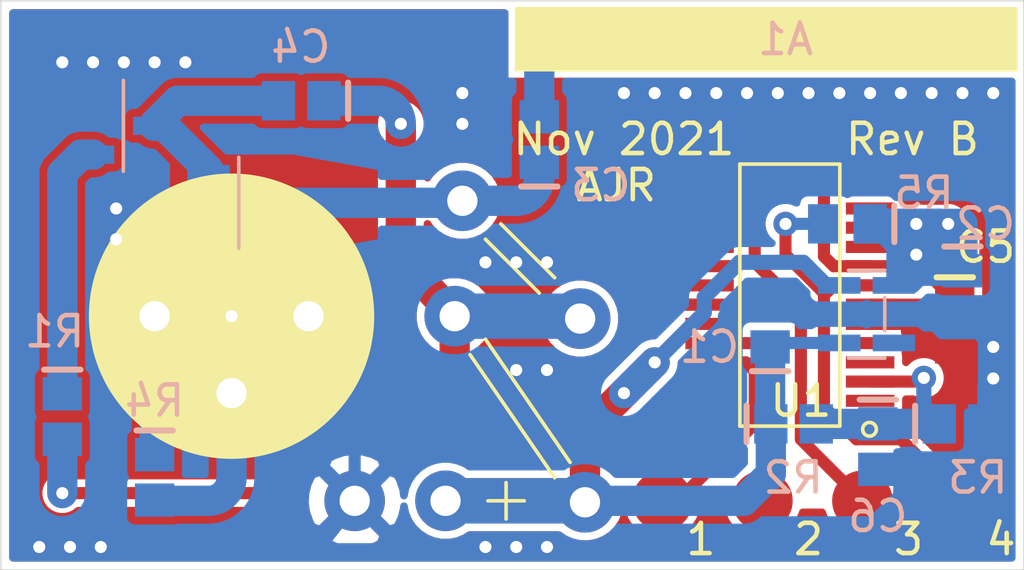
<source format=kicad_pcb>
(kicad_pcb (version 20171130) (host pcbnew "(5.1.5-0-10_14)")

  (general
    (thickness 1.6)
    (drawings 34)
    (tracks 268)
    (zones 0)
    (modules 24)
    (nets 33)
  )

  (page A4)
  (layers
    (0 F.Cu signal)
    (31 B.Cu signal hide)
    (32 B.Adhes user hide)
    (33 F.Adhes user hide)
    (34 B.Paste user hide)
    (35 F.Paste user hide)
    (36 B.SilkS user hide)
    (37 F.SilkS user hide)
    (38 B.Mask user hide)
    (39 F.Mask user hide)
    (40 Dwgs.User user hide)
    (41 Cmts.User user hide)
    (42 Eco1.User user hide)
    (43 Eco2.User user hide)
    (44 Edge.Cuts user)
    (45 Margin user hide)
    (46 B.CrtYd user hide)
    (47 F.CrtYd user hide)
    (48 B.Fab user hide)
    (49 F.Fab user hide)
  )

  (setup
    (last_trace_width 0.4)
    (user_trace_width 0.4)
    (user_trace_width 0.5)
    (user_trace_width 0.75)
    (user_trace_width 1)
    (user_trace_width 1.5)
    (trace_clearance 0.2)
    (zone_clearance 0.254)
    (zone_45_only no)
    (trace_min 0.2)
    (via_size 0.8)
    (via_drill 0.4)
    (via_min_size 0.4)
    (via_min_drill 0.3)
    (uvia_size 0.3)
    (uvia_drill 0.1)
    (uvias_allowed no)
    (uvia_min_size 0.2)
    (uvia_min_drill 0.1)
    (edge_width 0.05)
    (segment_width 0.2)
    (pcb_text_width 0.3)
    (pcb_text_size 1.5 1.5)
    (mod_edge_width 0.12)
    (mod_text_size 1 1)
    (mod_text_width 0.15)
    (pad_size 2 2)
    (pad_drill 1)
    (pad_to_mask_clearance 0.051)
    (solder_mask_min_width 0.25)
    (aux_axis_origin 0 0)
    (visible_elements FFFFFF7F)
    (pcbplotparams
      (layerselection 0x010fc_ffffffff)
      (usegerberextensions false)
      (usegerberattributes false)
      (usegerberadvancedattributes false)
      (creategerberjobfile false)
      (excludeedgelayer true)
      (linewidth 0.100000)
      (plotframeref false)
      (viasonmask false)
      (mode 1)
      (useauxorigin false)
      (hpglpennumber 1)
      (hpglpenspeed 20)
      (hpglpendiameter 15.000000)
      (psnegative false)
      (psa4output false)
      (plotreference true)
      (plotvalue true)
      (plotinvisibletext false)
      (padsonsilk false)
      (subtractmaskfromsilk false)
      (outputformat 1)
      (mirror false)
      (drillshape 0)
      (scaleselection 1)
      (outputdirectory "fab/"))
  )

  (net 0 "")
  (net 1 "Net-(A1-Pad1)")
  (net 2 GNDREF)
  (net 3 +BATT)
  (net 4 +3V3)
  (net 5 "Net-(C3-Pad1)")
  (net 6 "Net-(C4-Pad2)")
  (net 7 "Net-(C4-Pad1)")
  (net 8 /0.471)
  (net 9 "Net-(Q1-Pad2)")
  (net 10 "Net-(Q2-Pad1)")
  (net 11 /MOD)
  (net 12 "Net-(R5-Pad2)")
  (net 13 "Net-(T1-Pad1)")
  (net 14 "Net-(T2-Pad1)")
  (net 15 "Net-(T4-Pad1)")
  (net 16 "Net-(U1-Pad24)")
  (net 17 "Net-(U1-Pad23)")
  (net 18 "Net-(U1-Pad20)")
  (net 19 "Net-(U1-Pad18)")
  (net 20 "Net-(U1-Pad17)")
  (net 21 "Net-(U1-Pad16)")
  (net 22 "Net-(U1-Pad15)")
  (net 23 "Net-(U1-Pad13)")
  (net 24 "Net-(U1-Pad12)")
  (net 25 "Net-(U1-Pad11)")
  (net 26 "Net-(U1-Pad10)")
  (net 27 "Net-(U1-Pad9)")
  (net 28 "Net-(U1-Pad4)")
  (net 29 "Net-(U1-Pad3)")
  (net 30 "Net-(U1-Pad1)")
  (net 31 "Net-(U2-Pad5)")
  (net 32 "Net-(U1-Pad14)")

  (net_class Default "This is the default net class."
    (clearance 0.2)
    (trace_width 0.25)
    (via_dia 0.8)
    (via_drill 0.4)
    (uvia_dia 0.3)
    (uvia_drill 0.1)
    (add_net +3V3)
    (add_net +BATT)
    (add_net /0.471)
    (add_net /MOD)
    (add_net GNDREF)
    (add_net "Net-(A1-Pad1)")
    (add_net "Net-(C3-Pad1)")
    (add_net "Net-(C4-Pad1)")
    (add_net "Net-(C4-Pad2)")
    (add_net "Net-(Q1-Pad2)")
    (add_net "Net-(Q2-Pad1)")
    (add_net "Net-(R5-Pad2)")
    (add_net "Net-(T1-Pad1)")
    (add_net "Net-(T2-Pad1)")
    (add_net "Net-(T4-Pad1)")
    (add_net "Net-(U1-Pad1)")
    (add_net "Net-(U1-Pad10)")
    (add_net "Net-(U1-Pad11)")
    (add_net "Net-(U1-Pad12)")
    (add_net "Net-(U1-Pad13)")
    (add_net "Net-(U1-Pad14)")
    (add_net "Net-(U1-Pad15)")
    (add_net "Net-(U1-Pad16)")
    (add_net "Net-(U1-Pad17)")
    (add_net "Net-(U1-Pad18)")
    (add_net "Net-(U1-Pad20)")
    (add_net "Net-(U1-Pad23)")
    (add_net "Net-(U1-Pad24)")
    (add_net "Net-(U1-Pad3)")
    (add_net "Net-(U1-Pad4)")
    (add_net "Net-(U1-Pad9)")
    (add_net "Net-(U2-Pad5)")
  )

  (module throwie:433MHz (layer B.Cu) (tedit 6196B33F) (tstamp 6196E4DD)
    (at 51.054 145.542 270)
    (path /615B7977)
    (fp_text reference A1 (at 0.254 4.572) (layer B.SilkS)
      (effects (font (size 1 1) (thickness 0.15)) (justify mirror))
    )
    (fp_text value 433MHz (at 0 0.5 90) (layer B.Fab) hide
      (effects (font (size 1 1) (thickness 0.15)) (justify mirror))
    )
    (pad 1 smd rect (at 0 0 270) (size 1.5 6) (layers B.Cu B.Paste B.Mask)
      (net 1 "Net-(A1-Pad1)"))
  )

  (module throwie:R03101 (layer F.Cu) (tedit 6196D6A4) (tstamp 619D6F82)
    (at 30.734 154.94 270)
    (path /615AFB47)
    (fp_text reference X1 (at -2.4 0.7 90) (layer F.SilkS)
      (effects (font (size 1 1) (thickness 0.15)))
    )
    (fp_text value RO3101 (at -1.916001 1.687999 90) (layer F.Fab)
      (effects (font (size 1 1) (thickness 0.15)))
    )
    (fp_poly (pts (xy 0.9 -2) (xy 1.7 -1.7) (xy 2.6 -1.3) (xy 3.2 -0.7)
      (xy 3.8 0) (xy 4.3 0.8) (xy 4.5 1.8) (xy 4.6 2.7)
      (xy 4.5 3.5) (xy 4.2 4.4) (xy 3.8 5.1) (xy 3.5 5.5)
      (xy 2.9 6.1) (xy 2.1 6.6) (xy 1.3 7) (xy 0.3 7.1)
      (xy -0.8 7.1) (xy -1.9 6.7) (xy -2.7 6.3) (xy -3.3 5.7)
      (xy -3.8 5.1) (xy -4.3 4.3) (xy -4.5 3.4) (xy -4.6 2.6)
      (xy -4.5 1.7) (xy -4.3 1) (xy -4 0.2) (xy -3.4 -0.5)
      (xy -2.8 -1.1) (xy -2.3 -1.4) (xy -1.7 -1.7) (xy -1.2 -1.9)
      (xy -0.5 -2) (xy 0 -2)) (layer F.SilkS) (width 0.1))
    (fp_circle (center 0 2.54) (end 4.65 2.54) (layer F.SilkS) (width 0.12))
    (pad 1 thru_hole circle (at 0 5.08 270) (size 2 2) (drill 1) (layers *.Cu *.Mask)
      (net 9 "Net-(Q1-Pad2)"))
    (pad 2 thru_hole circle (at 2.54 2.54 270) (size 2 2) (drill 1) (layers *.Cu *.Mask)
      (net 7 "Net-(C4-Pad1)"))
    (pad 3 thru_hole circle (at 0 0 270) (size 2 2) (drill 1) (layers *.Cu *.Mask)
      (net 2 GNDREF))
  )

  (module throwie:MIC5231 (layer B.Cu) (tedit 6196B2FE) (tstamp 6196E58F)
    (at 48.26 153.924 270)
    (path /6157A545)
    (fp_text reference U2 (at 0 -0.5 90) (layer B.SilkS) hide
      (effects (font (size 1 1) (thickness 0.15)) (justify mirror))
    )
    (fp_text value MIC5231-3.3YM5-TR (at 0 0.5 90) (layer B.Fab) hide
      (effects (font (size 1 1) (thickness 0.15)) (justify mirror))
    )
    (fp_line (start 0.4 -1.5) (end 1.5 -1.5) (layer B.SilkS) (width 0.12))
    (fp_line (start 2.4 -0.3) (end 2.4 -1.5) (layer B.SilkS) (width 0.12))
    (fp_line (start -0.5 -0.3) (end -0.5 -1.5) (layer B.SilkS) (width 0.12))
    (pad 5 smd rect (at 1.9 -1.8 270) (size 0.55 1.4) (layers B.Cu B.Paste B.Mask)
      (net 31 "Net-(U2-Pad5)"))
    (pad 4 smd rect (at 0 -1.8 270) (size 0.55 1.4) (layers B.Cu B.Paste B.Mask)
      (net 4 +3V3))
    (pad 3 smd rect (at 0 0 270) (size 0.55 1.4) (layers B.Cu B.Paste B.Mask)
      (net 3 +BATT))
    (pad 2 smd rect (at 0.95 0 270) (size 0.55 1.4) (layers B.Cu B.Paste B.Mask)
      (net 2 GNDREF))
    (pad 1 smd rect (at 1.9 0 270) (size 0.55 1.4) (layers B.Cu B.Paste B.Mask)
      (net 3 +BATT))
  )

  (module throwie:C8051F850-A-GU (layer F.Cu) (tedit 5EA8A808) (tstamp 619D6A79)
    (at 49.276 157.734 180)
    (path /61543364)
    (fp_text reference U1 (at 2.286 0) (layer F.SilkS)
      (effects (font (size 1 1) (thickness 0.15)))
    )
    (fp_text value C8051F850-A-GU (at 4.445 8.89) (layer F.Fab)
      (effects (font (size 1 1) (thickness 0.15)))
    )
    (fp_circle (center 0.02 -0.94) (end -0.14 -1.1) (layer F.SilkS) (width 0.12))
    (fp_line (start 1 7.815) (end 4.3 7.815) (layer F.SilkS) (width 0.12))
    (fp_line (start 1 -0.835) (end 4.3 -0.835) (layer F.SilkS) (width 0.12))
    (fp_line (start 4.3 -0.835) (end 4.3 7.815) (layer F.SilkS) (width 0.12))
    (fp_line (start 1 -0.835) (end 1 7.815) (layer F.SilkS) (width 0.12))
    (pad 24 smd rect (at 5.3 0 180) (size 1.6 0.4) (layers F.Cu F.Paste F.Mask)
      (net 16 "Net-(U1-Pad24)"))
    (pad 23 smd rect (at 5.3 0.635 180) (size 1.6 0.4) (layers F.Cu F.Paste F.Mask)
      (net 17 "Net-(U1-Pad23)"))
    (pad 22 smd rect (at 5.3 1.27 180) (size 1.6 0.4) (layers F.Cu F.Paste F.Mask)
      (net 13 "Net-(T1-Pad1)"))
    (pad 21 smd rect (at 5.3 1.905 180) (size 1.6 0.4) (layers F.Cu F.Paste F.Mask)
      (net 14 "Net-(T2-Pad1)"))
    (pad 20 smd rect (at 5.3 2.54 180) (size 1.6 0.4) (layers F.Cu F.Paste F.Mask)
      (net 18 "Net-(U1-Pad20)"))
    (pad 19 smd rect (at 5.3 3.175 180) (size 1.6 0.4) (layers F.Cu F.Paste F.Mask)
      (net 11 /MOD))
    (pad 18 smd rect (at 5.3 3.81 180) (size 1.6 0.4) (layers F.Cu F.Paste F.Mask)
      (net 19 "Net-(U1-Pad18)"))
    (pad 17 smd rect (at 5.3 4.445 180) (size 1.6 0.4) (layers F.Cu F.Paste F.Mask)
      (net 20 "Net-(U1-Pad17)"))
    (pad 16 smd rect (at 5.3 5.08 180) (size 1.6 0.4) (layers F.Cu F.Paste F.Mask)
      (net 21 "Net-(U1-Pad16)"))
    (pad 15 smd rect (at 5.3 5.715 180) (size 1.6 0.4) (layers F.Cu F.Paste F.Mask)
      (net 22 "Net-(U1-Pad15)"))
    (pad 14 smd rect (at 5.3 6.35 180) (size 1.6 0.4) (layers F.Cu F.Paste F.Mask)
      (net 32 "Net-(U1-Pad14)"))
    (pad 13 smd rect (at 5.3 7 180) (size 1.6 0.4) (layers F.Cu F.Paste F.Mask)
      (net 23 "Net-(U1-Pad13)"))
    (pad 12 smd rect (at 0 6.985 180) (size 1.6 0.4) (layers F.Cu F.Paste F.Mask)
      (net 24 "Net-(U1-Pad12)"))
    (pad 11 smd rect (at 0 6.35 180) (size 1.6 0.4) (layers F.Cu F.Paste F.Mask)
      (net 25 "Net-(U1-Pad11)"))
    (pad 10 smd rect (at 0 5.715 180) (size 1.6 0.4) (layers F.Cu F.Paste F.Mask)
      (net 26 "Net-(U1-Pad10)"))
    (pad 9 smd rect (at 0 5.08 180) (size 1.6 0.4) (layers F.Cu F.Paste F.Mask)
      (net 27 "Net-(U1-Pad9)"))
    (pad 8 smd rect (at 0 4.445 180) (size 1.6 0.4) (layers F.Cu F.Paste F.Mask)
      (net 15 "Net-(T4-Pad1)"))
    (pad 7 smd rect (at 0 3.81 180) (size 1.6 0.4) (layers F.Cu F.Paste F.Mask)
      (net 12 "Net-(R5-Pad2)"))
    (pad 6 smd rect (at 0 3.175 180) (size 1.6 0.4) (layers F.Cu F.Paste F.Mask)
      (net 4 +3V3))
    (pad 5 smd rect (at 0 2.54 180) (size 1.6 0.4) (layers F.Cu F.Paste F.Mask)
      (net 2 GNDREF))
    (pad 4 smd rect (at 0 1.905 180) (size 1.6 0.4) (layers F.Cu F.Paste F.Mask)
      (net 28 "Net-(U1-Pad4)"))
    (pad 3 smd rect (at 0 1.27 180) (size 1.6 0.4) (layers F.Cu F.Paste F.Mask)
      (net 29 "Net-(U1-Pad3)"))
    (pad 2 smd rect (at 0 0.635 180) (size 1.6 0.4) (layers F.Cu F.Paste F.Mask)
      (net 8 /0.471))
    (pad 1 smd rect (at 0 0 180) (size 1.6 0.4) (layers F.Cu F.Paste F.Mask)
      (net 30 "Net-(U1-Pad1)"))
  )

  (module throwie:TestPoint (layer F.Cu) (tedit 615734C8) (tstamp 6196E562)
    (at 49.022 161.036)
    (path /61570124)
    (fp_text reference T4 (at 0 0.5) (layer F.SilkS) hide
      (effects (font (size 1 1) (thickness 0.15)))
    )
    (fp_text value TestPoints (at 0 -0.5) (layer F.Fab) hide
      (effects (font (size 1 1) (thickness 0.15)))
    )
    (pad 1 smd circle (at 0 0) (size 2 2) (layers F.Cu F.Paste F.Mask)
      (net 15 "Net-(T4-Pad1)"))
  )

  (module throwie:TestPoint (layer F.Cu) (tedit 615734C8) (tstamp 6196E55D)
    (at 52.324 161.036)
    (path /615772C2)
    (fp_text reference T3 (at 0 0.5) (layer F.SilkS) hide
      (effects (font (size 1 1) (thickness 0.15)))
    )
    (fp_text value TestPoints (at 0 -0.5) (layer F.Fab) hide
      (effects (font (size 1 1) (thickness 0.15)))
    )
    (pad 1 smd circle (at 0 0) (size 2 2) (layers F.Cu F.Paste F.Mask)
      (net 12 "Net-(R5-Pad2)"))
  )

  (module throwie:TestPoint (layer F.Cu) (tedit 615734C8) (tstamp 6196E558)
    (at 45.72 161.036)
    (path /61597B98)
    (fp_text reference T2 (at 0 0.5) (layer F.SilkS) hide
      (effects (font (size 1 1) (thickness 0.15)))
    )
    (fp_text value TestPoints (at 0 -0.5) (layer F.Fab) hide
      (effects (font (size 1 1) (thickness 0.15)))
    )
    (pad 1 smd circle (at 0 0) (size 2 2) (layers F.Cu F.Paste F.Mask)
      (net 14 "Net-(T2-Pad1)"))
  )

  (module throwie:TestPoint (layer F.Cu) (tedit 615734C8) (tstamp 6196E553)
    (at 42.418 161.036)
    (path /61596F21)
    (fp_text reference T1 (at 0 0.5) (layer F.SilkS) hide
      (effects (font (size 1 1) (thickness 0.15)))
    )
    (fp_text value TestPoints (at 0 -0.5) (layer F.Fab) hide
      (effects (font (size 1 1) (thickness 0.15)))
    )
    (pad 1 smd circle (at 0 0) (size 2 2) (layers F.Cu F.Paste F.Mask)
      (net 13 "Net-(T1-Pad1)"))
  )

  (module throwie:0603 (layer B.Cu) (tedit 6196B2CA) (tstamp 6196E54E)
    (at 49.276 151.892 180)
    (path /6155FB01)
    (fp_text reference R5 (at -1.778 1.016 180) (layer B.SilkS)
      (effects (font (size 1 1) (thickness 0.15)) (justify mirror))
    )
    (fp_text value RES_0603 (at 0 2 180) (layer B.Fab)
      (effects (font (size 1 1) (thickness 0.15)) (justify mirror))
    )
    (fp_line (start -0.8 0.6) (end -0.8 -0.6) (layer B.SilkS) (width 0.2))
    (pad 2 smd rect (at 1.5 0 180) (size 1.1 1.3) (layers B.Cu B.Paste B.Mask)
      (net 12 "Net-(R5-Pad2)"))
    (pad 1 smd rect (at 0 0 180) (size 1.1 1.3) (layers B.Cu B.Paste B.Mask)
      (net 4 +3V3))
  )

  (module throwie:0603 (layer B.Cu) (tedit 6196B2CA) (tstamp 6196E547)
    (at 25.654 159.512 270)
    (path /615ACB1A)
    (fp_text reference R4 (at -1.778 0 180) (layer B.SilkS)
      (effects (font (size 1 1) (thickness 0.15)) (justify mirror))
    )
    (fp_text value RES_0603 (at 0 2 270) (layer B.Fab)
      (effects (font (size 1 1) (thickness 0.15)) (justify mirror))
    )
    (fp_line (start -0.8 0.6) (end -0.8 -0.6) (layer B.SilkS) (width 0.2))
    (pad 2 smd rect (at 1.5 0 270) (size 1.1 1.3) (layers B.Cu B.Paste B.Mask)
      (net 7 "Net-(C4-Pad1)"))
    (pad 1 smd rect (at 0 0 270) (size 1.1 1.3) (layers B.Cu B.Paste B.Mask)
      (net 9 "Net-(Q1-Pad2)"))
  )

  (module throwie:0603 (layer B.Cu) (tedit 6196B2CA) (tstamp 6196E540)
    (at 51.562 158.496)
    (path /61593C5D)
    (fp_text reference R3 (at 1.27 1.778) (layer B.SilkS)
      (effects (font (size 1 1) (thickness 0.15)) (justify mirror))
    )
    (fp_text value RES_0603 (at 1.637999 1.210001) (layer B.Fab)
      (effects (font (size 1 1) (thickness 0.15)) (justify mirror))
    )
    (fp_line (start -0.8 0.6) (end -0.8 -0.6) (layer B.SilkS) (width 0.2))
    (pad 2 smd rect (at 1.5 0) (size 1.1 1.3) (layers B.Cu B.Paste B.Mask)
      (net 2 GNDREF))
    (pad 1 smd rect (at 0 0) (size 1.1 1.3) (layers B.Cu B.Paste B.Mask)
      (net 8 /0.471))
  )

  (module throwie:0603 (layer B.Cu) (tedit 6196B2CA) (tstamp 6196E539)
    (at 45.998 158.496)
    (path /61592F3E)
    (fp_text reference R2 (at 0.738 1.778) (layer B.SilkS)
      (effects (font (size 1 1) (thickness 0.15)) (justify mirror))
    )
    (fp_text value RES_0603 (at 0 2) (layer B.Fab)
      (effects (font (size 1 1) (thickness 0.15)) (justify mirror))
    )
    (fp_line (start -0.8 0.6) (end -0.8 -0.6) (layer B.SilkS) (width 0.2))
    (pad 2 smd rect (at 1.5 0) (size 1.1 1.3) (layers B.Cu B.Paste B.Mask)
      (net 8 /0.471))
    (pad 1 smd rect (at 0 0) (size 1.1 1.3) (layers B.Cu B.Paste B.Mask)
      (net 3 +BATT))
  )

  (module throwie:0603 (layer B.Cu) (tedit 6196B2CA) (tstamp 6196E532)
    (at 22.606 157.504 270)
    (path /6159CB9B)
    (fp_text reference R1 (at -2.056 0.254 180) (layer B.SilkS)
      (effects (font (size 1 1) (thickness 0.15)) (justify mirror))
    )
    (fp_text value RES_0603 (at 0 2 270) (layer B.Fab)
      (effects (font (size 1 1) (thickness 0.15)) (justify mirror))
    )
    (fp_line (start -0.8 0.6) (end -0.8 -0.6) (layer B.SilkS) (width 0.2))
    (pad 2 smd rect (at 1.5 0 270) (size 1.1 1.3) (layers B.Cu B.Paste B.Mask)
      (net 11 /MOD))
    (pad 1 smd rect (at 0 0 270) (size 1.1 1.3) (layers B.Cu B.Paste B.Mask)
      (net 10 "Net-(Q2-Pad1)"))
  )

  (module throwie:SS8050-G (layer B.Cu) (tedit 6196B253) (tstamp 6196E52B)
    (at 23.622 149.606 90)
    (path /615A6F3E)
    (fp_text reference Q2 (at -0.8 5.4 90) (layer B.SilkS) hide
      (effects (font (size 1 1) (thickness 0.15)) (justify mirror))
    )
    (fp_text value SS8050-G (at -0.2 3.9 90) (layer B.Fab)
      (effects (font (size 1 1) (thickness 0.15)) (justify mirror))
    )
    (fp_line (start -0.55 1) (end 2.45 1) (layer B.SilkS) (width 0.12))
    (pad 3 smd rect (at 0.95 2.02 90) (size 0.6 1.4) (layers B.Cu B.Paste B.Mask)
      (net 6 "Net-(C4-Pad2)"))
    (pad 2 smd rect (at 1.9 0 90) (size 0.6 1.4) (layers B.Cu B.Paste B.Mask)
      (net 2 GNDREF))
    (pad 1 smd rect (at 0 0 90) (size 0.6 1.4) (layers B.Cu B.Paste B.Mask)
      (net 10 "Net-(Q2-Pad1)"))
  )

  (module throwie:2SC3356 (layer B.Cu) (tedit 6196B241) (tstamp 6196E523)
    (at 27.432 152.146 90)
    (path /615A9601)
    (fp_text reference Q1 (at -1.2 4.5 -90) (layer B.SilkS) hide
      (effects (font (size 1 1) (thickness 0.15)) (justify mirror))
    )
    (fp_text value 2SC3356 (at -0.6 5.1 -90) (layer B.Fab)
      (effects (font (size 1 1) (thickness 0.15)) (justify mirror))
    )
    (fp_line (start -0.55 1) (end 2.45 1) (layer B.SilkS) (width 0.12))
    (pad 3 smd rect (at 0.95 2.02 90) (size 0.6 1.4) (layers B.Cu B.Paste B.Mask)
      (net 5 "Net-(C3-Pad1)"))
    (pad 2 smd rect (at 0 0 90) (size 0.6 1.4) (layers B.Cu B.Paste B.Mask)
      (net 9 "Net-(Q1-Pad2)"))
    (pad 1 smd rect (at 1.9 0 90) (size 0.6 1.4) (layers B.Cu B.Paste B.Mask)
      (net 6 "Net-(C4-Pad2)"))
  )

  (module throwie:77nH (layer F.Cu) (tedit 6196D9B5) (tstamp 6196E51B)
    (at 39.703087 155.019087 135)
    (path /61564779)
    (fp_text reference L2 (at 0 0.5 135) (layer F.SilkS) hide
      (effects (font (size 1 1) (thickness 0.15)))
    )
    (fp_text value 77nH (at 0 -0.5 135) (layer F.Fab) hide
      (effects (font (size 1 1) (thickness 0.15)))
    )
    (pad 2 thru_hole circle (at 5.5 0 135) (size 2 2) (drill 1) (layers *.Cu *.Mask)
      (net 5 "Net-(C3-Pad1)"))
    (pad 1 thru_hole circle (at 0 0 135) (size 2 2) (drill 1) (layers *.Cu *.Mask)
      (net 7 "Net-(C4-Pad1)"))
  )

  (module throwie:252nH (layer F.Cu) (tedit 6196B1ED) (tstamp 6196E515)
    (at 39.861823 161.08364 125)
    (path /61569441)
    (fp_text reference L1 (at 0 0.5 125) (layer F.SilkS) hide
      (effects (font (size 1 1) (thickness 0.15)))
    )
    (fp_text value 252nH (at 0 -0.5 125) (layer F.Fab) hide
      (effects (font (size 1 1) (thickness 0.15)))
    )
    (pad 2 thru_hole circle (at 7.5 0 125) (size 2 2) (drill 1) (layers *.Cu *.Mask)
      (net 7 "Net-(C4-Pad1)"))
    (pad 1 thru_hole circle (at 0 0 125) (size 2 2) (drill 1) (layers *.Cu *.Mask)
      (net 3 +BATT))
  )

  (module throwie:CONN (layer F.Cu) (tedit 6196B14C) (tstamp 6196E50F)
    (at 35.258 161.036 180)
    (path /615A9545)
    (fp_text reference J1 (at 0 0.5) (layer F.SilkS) hide
      (effects (font (size 1 1) (thickness 0.15)))
    )
    (fp_text value CONN (at 0 -0.5) (layer F.Fab)
      (effects (font (size 1 1) (thickness 0.15)))
    )
    (fp_line (start -2 -0.6) (end -2 0.6) (layer F.SilkS) (width 0.12))
    (fp_line (start -1.4 0) (end -2.6 0) (layer F.SilkS) (width 0.12))
    (pad 2 thru_hole circle (at 3 0 180) (size 2 2) (drill 1) (layers *.Cu *.Mask)
      (net 2 GNDREF))
    (pad 1 thru_hole circle (at 0 0 180) (size 2 2) (drill 1) (layers *.Cu *.Mask)
      (net 3 +BATT))
  )

  (module throwie:0603 (layer B.Cu) (tedit 6196B2CA) (tstamp 6196E507)
    (at 49.53 158.496 270)
    (path /616743C5)
    (fp_text reference C6 (at 3.048 0 180) (layer B.SilkS)
      (effects (font (size 1 1) (thickness 0.15)) (justify mirror))
    )
    (fp_text value CAP_0603 (at 0 2 90) (layer B.Fab)
      (effects (font (size 1 1) (thickness 0.15)) (justify mirror))
    )
    (fp_line (start -0.8 0.6) (end -0.8 -0.6) (layer B.SilkS) (width 0.2))
    (pad 2 smd rect (at 1.5 0 270) (size 1.1 1.3) (layers B.Cu B.Paste B.Mask)
      (net 2 GNDREF))
    (pad 1 smd rect (at 0 0 270) (size 1.1 1.3) (layers B.Cu B.Paste B.Mask)
      (net 8 /0.471))
  )

  (module throwie:0603 (layer F.Cu) (tedit 6196B2CA) (tstamp 6196E500)
    (at 52.07 154.456 270)
    (path /61565EE2)
    (fp_text reference C5 (at -1.802 -1.016 180) (layer F.SilkS)
      (effects (font (size 1 1) (thickness 0.15)))
    )
    (fp_text value CAP_0603 (at 0 -2 90) (layer F.Fab)
      (effects (font (size 1 1) (thickness 0.15)))
    )
    (fp_line (start -0.8 -0.6) (end -0.8 0.6) (layer F.SilkS) (width 0.2))
    (pad 2 smd rect (at 1.5 0 270) (size 1.1 1.3) (layers F.Cu F.Paste F.Mask)
      (net 2 GNDREF))
    (pad 1 smd rect (at 0 0 270) (size 1.1 1.3) (layers F.Cu F.Paste F.Mask)
      (net 4 +3V3))
  )

  (module throwie:0603 (layer B.Cu) (tedit 6196B2CA) (tstamp 6196E4F9)
    (at 31.242 147.828 180)
    (path /615A7727)
    (fp_text reference C4 (at 0.762 1.778) (layer B.SilkS)
      (effects (font (size 1 1) (thickness 0.15)) (justify mirror))
    )
    (fp_text value CAP_0603 (at 0 2) (layer B.Fab)
      (effects (font (size 1 1) (thickness 0.15)) (justify mirror))
    )
    (fp_line (start -0.8 0.6) (end -0.8 -0.6) (layer B.SilkS) (width 0.2))
    (pad 2 smd rect (at 1.5 0 180) (size 1.1 1.3) (layers B.Cu B.Paste B.Mask)
      (net 6 "Net-(C4-Pad2)"))
    (pad 1 smd rect (at 0 0 180) (size 1.1 1.3) (layers B.Cu B.Paste B.Mask)
      (net 7 "Net-(C4-Pad1)"))
  )

  (module throwie:0603 (layer B.Cu) (tedit 6196B2CA) (tstamp 619D6C52)
    (at 38.354 149.86 90)
    (path /615AABCB)
    (fp_text reference C3 (at -0.762 2.032 180) (layer B.SilkS)
      (effects (font (size 1 1) (thickness 0.15)) (justify mirror))
    )
    (fp_text value CAP_0603 (at 0 2 90) (layer B.Fab)
      (effects (font (size 1 1) (thickness 0.15)) (justify mirror))
    )
    (fp_line (start -0.8 0.6) (end -0.8 -0.6) (layer B.SilkS) (width 0.2))
    (pad 2 smd rect (at 1.5 0 90) (size 1.1 1.3) (layers B.Cu B.Paste B.Mask)
      (net 1 "Net-(A1-Pad1)"))
    (pad 1 smd rect (at 0 0 90) (size 1.1 1.3) (layers B.Cu B.Paste B.Mask)
      (net 5 "Net-(C3-Pad1)"))
  )

  (module throwie:0603 (layer B.Cu) (tedit 6196B2CA) (tstamp 6196E4EB)
    (at 52.324 153.44 270)
    (path /6157BF9A)
    (fp_text reference C2 (at -1.548 -0.762 180) (layer B.SilkS)
      (effects (font (size 1 1) (thickness 0.15)) (justify mirror))
    )
    (fp_text value CAP_0603 (at 0 2 90) (layer B.Fab)
      (effects (font (size 1 1) (thickness 0.15)) (justify mirror))
    )
    (fp_line (start -0.8 0.6) (end -0.8 -0.6) (layer B.SilkS) (width 0.2))
    (pad 2 smd rect (at 1.5 0 270) (size 1.1 1.3) (layers B.Cu B.Paste B.Mask)
      (net 2 GNDREF))
    (pad 1 smd rect (at 0 0 270) (size 1.1 1.3) (layers B.Cu B.Paste B.Mask)
      (net 4 +3V3))
  )

  (module throwie:0603 (layer B.Cu) (tedit 6196B2CA) (tstamp 6196E4E4)
    (at 45.974 155.956 90)
    (path /6157AD69)
    (fp_text reference C1 (at 0 -2 180) (layer B.SilkS)
      (effects (font (size 1 1) (thickness 0.15)) (justify mirror))
    )
    (fp_text value CAP_0603 (at 0 2 90) (layer B.Fab)
      (effects (font (size 1 1) (thickness 0.15)) (justify mirror))
    )
    (fp_line (start -0.8 0.6) (end -0.8 -0.6) (layer B.SilkS) (width 0.2))
    (pad 2 smd rect (at 1.5 0 90) (size 1.1 1.3) (layers B.Cu B.Paste B.Mask)
      (net 2 GNDREF))
    (pad 1 smd rect (at 0 0 90) (size 1.1 1.3) (layers B.Cu B.Paste B.Mask)
      (net 3 +BATT))
  )

  (gr_text AJR (at 40.894 150.622) (layer F.SilkS) (tstamp 619EC0C4)
    (effects (font (size 1 1) (thickness 0.15)))
  )
  (gr_text "Rev B " (at 51.054 149.098) (layer F.SilkS) (tstamp 619EC097)
    (effects (font (size 1 1) (thickness 0.15)))
  )
  (gr_line (start 36.576 152.4) (end 38.354 154.178) (layer F.SilkS) (width 0.12) (tstamp 619EB9BC))
  (gr_line (start 37.084 151.892) (end 38.862 153.67) (layer F.SilkS) (width 0.12) (tstamp 619EB9BA))
  (gr_line (start 36.576 155.702) (end 39.37 159.766) (layer F.SilkS) (width 0.12) (tstamp 619EB9A7))
  (gr_line (start 36.068 156.21) (end 38.862 160.274) (layer F.SilkS) (width 0.12) (tstamp 619EB9A5))
  (gr_arc (start 34.798 156.718) (end 34.798 157.48) (angle -90) (layer F.Cu) (width 1) (tstamp 619EB35E))
  (gr_line (start 34.374421 153.664684) (end 35.56 154.94) (layer F.Cu) (width 1) (tstamp 619EB324))
  (gr_line (start 33.782 148.59) (end 33.782 152.4) (layer F.Cu) (width 1))
  (gr_arc (start 35.428115 152.4) (end 33.782 152.4) (angle -50.20002632) (layer F.Cu) (width 1))
  (gr_arc (start 26.67 153.416) (end 28.448 153.416) (angle -50.19442891) (layer F.SilkS) (width 0.12))
  (gr_text " Nov 2021 " (at 41.148 149.098) (layer F.SilkS) (tstamp 619EB050)
    (effects (font (size 1 1) (thickness 0.15)))
  )
  (gr_text 4 (at 53.594 162.306) (layer F.SilkS) (tstamp 619EB019)
    (effects (font (size 1 1) (thickness 0.15)))
  )
  (gr_text 3 (at 50.546 162.306) (layer F.SilkS) (tstamp 619EB017)
    (effects (font (size 1 1) (thickness 0.15)))
  )
  (gr_text 2 (at 47.244 162.306) (layer F.SilkS) (tstamp 619EB015)
    (effects (font (size 1 1) (thickness 0.15)))
  )
  (gr_text 1 (at 43.688 162.306) (layer F.SilkS)
    (effects (font (size 1 1) (thickness 0.15)))
  )
  (gr_poly (pts (xy 54.102 146.812) (xy 37.592 146.812) (xy 37.592 144.78) (xy 54.102 144.78)) (layer F.SilkS) (width 0.1))
  (gr_line (start 38.354 148.336) (end 38.354 146.558) (layer B.Cu) (width 1) (tstamp 619EA99B))
  (gr_line (start 54.356 163.322) (end 20.574 163.322) (layer Edge.Cuts) (width 0.05) (tstamp 619EA942))
  (gr_line (start 54.356 144.526) (end 54.356 163.322) (layer Edge.Cuts) (width 0.05))
  (gr_line (start 20.574 144.526) (end 54.356 144.526) (layer Edge.Cuts) (width 0.05))
  (gr_line (start 20.574 163.322) (end 20.574 144.526) (layer Edge.Cuts) (width 0.05))
  (gr_line (start 31.242 147.828) (end 33.02 147.828) (layer B.Cu) (width 1) (tstamp 619D7455))
  (gr_arc (start 33.02 148.59) (end 33.782 148.59) (angle -90) (layer B.Cu) (width 1) (tstamp 619D737D))
  (gr_line (start 39.116 145.542) (end 48.514 145.542) (layer B.Cu) (width 1) (tstamp 619D7275))
  (gr_arc (start 39.116 146.304) (end 39.116 145.542) (angle -90) (layer B.Cu) (width 1) (tstamp 619D725D))
  (gr_line (start 35.814 151.13) (end 37.592 151.13) (layer B.Cu) (width 1) (tstamp 619D7227))
  (gr_arc (start 37.592 150.368) (end 37.592 151.13) (angle -90) (layer B.Cu) (width 1) (tstamp 619D7200))
  (gr_line (start 26.416 152.146) (end 27.686 152.146) (layer B.Cu) (width 1) (tstamp 619D6FAE))
  (gr_line (start 25.654 153.162) (end 25.654 154.94) (layer B.Cu) (width 1) (tstamp 619D7223))
  (gr_arc (start 26.416 152.908) (end 26.416 152.146) (angle -90) (layer B.Cu) (width 1) (tstamp 619D6F93))
  (gr_line (start 25.654 161.036) (end 27.432 161.036) (layer B.Cu) (width 1))
  (gr_line (start 28.194 160.274) (end 28.194 157.48) (layer B.Cu) (width 1))
  (gr_arc (start 27.432 160.274) (end 27.432 161.036) (angle -90) (layer B.Cu) (width 1))

  (segment (start 38.354 148.36) (end 38.354 147.41) (width 0.4) (layer B.Cu) (net 1))
  (segment (start 38.354 147.41) (end 38.354 145.542) (width 0.4) (layer B.Cu) (net 1))
  (segment (start 38.354 145.542) (end 51.054 145.542) (width 0.4) (layer B.Cu) (net 1))
  (via (at 23.622 146.558) (size 0.8) (drill 0.4) (layers F.Cu B.Cu) (net 2))
  (via (at 24.638 146.558) (size 0.8) (drill 0.4) (layers F.Cu B.Cu) (net 2))
  (via (at 25.654 146.558) (size 0.8) (drill 0.4) (layers F.Cu B.Cu) (net 2))
  (via (at 26.67 146.558) (size 0.8) (drill 0.4) (layers F.Cu B.Cu) (net 2))
  (segment (start 30.734 154.94) (end 28.194 154.94) (width 1) (layer B.Cu) (net 2))
  (via (at 28.194 154.94) (size 0.8) (drill 0.4) (layers F.Cu B.Cu) (net 2))
  (via (at 22.606 146.558) (size 0.8) (drill 0.4) (layers F.Cu B.Cu) (net 2))
  (segment (start 49.276 155.194) (end 50.476 155.194) (width 0.4) (layer F.Cu) (net 2))
  (segment (start 50.476 155.194) (end 50.546 155.194) (width 0.4) (layer F.Cu) (net 2))
  (segment (start 50.546 155.194) (end 50.8 155.448) (width 0.4) (layer F.Cu) (net 2))
  (segment (start 50.8 155.448) (end 51.308 155.956) (width 0.4) (layer F.Cu) (net 2))
  (segment (start 51.308 155.956) (end 52.07 155.956) (width 0.4) (layer F.Cu) (net 2))
  (segment (start 47.16 154.874) (end 46.718 154.432) (width 0.4) (layer B.Cu) (net 2))
  (segment (start 48.26 154.874) (end 47.16 154.874) (width 0.4) (layer B.Cu) (net 2))
  (segment (start 46.718 154.432) (end 45.974 154.432) (width 0.4) (layer B.Cu) (net 2))
  (segment (start 45.974 154.432) (end 45.72 154.432) (width 0.4) (layer B.Cu) (net 2))
  (segment (start 30.734 154.94) (end 32.258 156.464) (width 0.4) (layer B.Cu) (net 2))
  (segment (start 32.258 158.75) (end 32.258 161.036) (width 0.4) (layer B.Cu) (net 2))
  (segment (start 32.258 156.464) (end 32.258 158.75) (width 0.4) (layer B.Cu) (net 2))
  (segment (start 40.132 158.75) (end 32.258 158.75) (width 0.4) (layer B.Cu) (net 2))
  (via (at 53.34 156.996058) (size 0.8) (drill 0.4) (layers F.Cu B.Cu) (net 2))
  (segment (start 22.606 146.558) (end 26.67 146.558) (width 1) (layer B.Cu) (net 2))
  (segment (start 23.622 147.706) (end 23.622 146.558) (width 1) (layer B.Cu) (net 2))
  (via (at 36.576 153.162) (size 0.8) (drill 0.4) (layers F.Cu B.Cu) (net 2) (tstamp 619D714B))
  (via (at 38.608 153.162) (size 0.8) (drill 0.4) (layers F.Cu B.Cu) (net 2) (tstamp 619D7154))
  (via (at 37.592 153.162) (size 0.8) (drill 0.4) (layers F.Cu B.Cu) (net 2) (tstamp 619D715C))
  (via (at 37.592 156.718) (size 0.8) (drill 0.4) (layers F.Cu B.Cu) (net 2) (tstamp 619D7165))
  (via (at 38.608 156.718) (size 0.8) (drill 0.4) (layers F.Cu B.Cu) (net 2) (tstamp 619D7167))
  (segment (start 40.132 158.242) (end 38.608 156.718) (width 0.25) (layer B.Cu) (net 2))
  (segment (start 40.132 158.75) (end 40.132 158.242) (width 0.25) (layer B.Cu) (net 2))
  (segment (start 38.608 156.718) (end 37.592 156.718) (width 0.25) (layer B.Cu) (net 2))
  (segment (start 36.576 156.718) (end 37.592 156.718) (width 0.25) (layer B.Cu) (net 2))
  (segment (start 38.608 153.162) (end 37.846 153.162) (width 0.25) (layer B.Cu) (net 2))
  (segment (start 37.846 153.162) (end 37.592 153.162) (width 0.25) (layer B.Cu) (net 2))
  (segment (start 36.576 153.162) (end 37.592 153.162) (width 0.25) (layer B.Cu) (net 2))
  (segment (start 36.176001 153.561999) (end 31.858001 153.561999) (width 0.25) (layer B.Cu) (net 2))
  (segment (start 36.576 153.162) (end 36.176001 153.561999) (width 0.25) (layer B.Cu) (net 2))
  (segment (start 31.858001 153.561999) (end 31.858001 153.815999) (width 0.25) (layer B.Cu) (net 2))
  (segment (start 31.858001 153.815999) (end 30.988 154.686) (width 0.25) (layer B.Cu) (net 2))
  (segment (start 30.988 154.686) (end 30.734 154.94) (width 0.25) (layer B.Cu) (net 2))
  (via (at 35.814 147.574) (size 0.8) (drill 0.4) (layers F.Cu B.Cu) (net 2) (tstamp 619D71F9))
  (via (at 35.814 148.59) (size 0.8) (drill 0.4) (layers F.Cu B.Cu) (net 2) (tstamp 619D71FB))
  (segment (start 34.798 146.558) (end 35.814 147.574) (width 0.25) (layer B.Cu) (net 2))
  (segment (start 26.67 146.558) (end 34.798 146.558) (width 0.25) (layer B.Cu) (net 2))
  (segment (start 35.814 148.59) (end 35.814 147.574) (width 0.25) (layer B.Cu) (net 2))
  (segment (start 38.608 151.384) (end 35.814 148.59) (width 0.25) (layer F.Cu) (net 2))
  (segment (start 38.608 153.162) (end 38.608 151.384) (width 0.25) (layer F.Cu) (net 2))
  (via (at 24.384 151.384) (size 0.8) (drill 0.4) (layers F.Cu B.Cu) (net 2) (tstamp 619D7580))
  (segment (start 22.606 149.606) (end 24.384 151.384) (width 0.25) (layer F.Cu) (net 2))
  (segment (start 22.606 146.558) (end 22.606 149.606) (width 0.25) (layer F.Cu) (net 2))
  (via (at 24.384 152.4) (size 0.8) (drill 0.4) (layers F.Cu B.Cu) (net 2) (tstamp 619D75DE))
  (segment (start 24.384 152.4) (end 24.384 151.384) (width 0.25) (layer F.Cu) (net 2))
  (via (at 21.844 162.56) (size 0.8) (drill 0.4) (layers F.Cu B.Cu) (net 2) (tstamp 619D7646))
  (segment (start 24.021999 152.762001) (end 24.384 152.4) (width 0.4) (layer B.Cu) (net 2))
  (segment (start 24.021999 161.398001) (end 24.021999 152.762001) (width 0.4) (layer B.Cu) (net 2))
  (segment (start 23.622 161.798) (end 24.021999 161.398001) (width 0.4) (layer B.Cu) (net 2))
  (segment (start 53.062 158.496) (end 53.062 159.536) (width 1) (layer B.Cu) (net 2))
  (segment (start 53.062 159.536) (end 52.578 160.02) (width 1) (layer B.Cu) (net 2))
  (segment (start 52.578 160.02) (end 49.53 160.02) (width 1) (layer B.Cu) (net 2))
  (segment (start 53.086 158.032826) (end 53.086 158.496) (width 0.5) (layer B.Cu) (net 2))
  (segment (start 48.26 154.874) (end 52.258 154.874) (width 0.5) (layer B.Cu) (net 2))
  (segment (start 52.258 154.874) (end 52.324 154.94) (width 0.5) (layer B.Cu) (net 2))
  (via (at 53.34 155.956) (size 0.8) (drill 0.4) (layers F.Cu B.Cu) (net 2) (tstamp 619EABBB))
  (segment (start 52.07 155.956) (end 53.34 155.956) (width 0.5) (layer F.Cu) (net 2))
  (segment (start 53.062 157.274058) (end 53.34 156.996058) (width 0.5) (layer B.Cu) (net 2))
  (segment (start 53.062 158.496) (end 53.062 157.274058) (width 0.5) (layer B.Cu) (net 2))
  (segment (start 53.34 155.956) (end 53.34 156.996058) (width 0.5) (layer B.Cu) (net 2))
  (segment (start 52.324 154.94) (end 53.34 155.956) (width 0.5) (layer B.Cu) (net 2))
  (via (at 22.86 162.56) (size 0.8) (drill 0.4) (layers F.Cu B.Cu) (net 2) (tstamp 619EAD04))
  (via (at 23.876 162.56) (size 0.8) (drill 0.4) (layers F.Cu B.Cu) (net 2) (tstamp 619EAD06))
  (segment (start 23.622 162.052) (end 23.876 162.306) (width 0.5) (layer B.Cu) (net 2))
  (segment (start 23.622 161.798) (end 23.622 162.052) (width 0.5) (layer B.Cu) (net 2))
  (segment (start 21.844 162.306) (end 22.86 162.306) (width 0.5) (layer B.Cu) (net 2))
  (segment (start 22.86 162.306) (end 23.876 162.306) (width 0.5) (layer B.Cu) (net 2))
  (segment (start 23.876 162.306) (end 30.988 162.306) (width 0.5) (layer B.Cu) (net 2))
  (via (at 41.148 147.574) (size 0.8) (drill 0.4) (layers F.Cu B.Cu) (net 2) (tstamp 619EAD2A))
  (via (at 42.164 147.574) (size 0.8) (drill 0.4) (layers F.Cu B.Cu) (net 2) (tstamp 619EAD3B))
  (via (at 43.18 147.574) (size 0.8) (drill 0.4) (layers F.Cu B.Cu) (net 2) (tstamp 619EAD3D))
  (via (at 44.196 147.574) (size 0.8) (drill 0.4) (layers F.Cu B.Cu) (net 2) (tstamp 619EAD46))
  (via (at 45.212 147.574) (size 0.8) (drill 0.4) (layers F.Cu B.Cu) (net 2) (tstamp 619EAD48))
  (via (at 46.228 147.574) (size 0.8) (drill 0.4) (layers F.Cu B.Cu) (net 2) (tstamp 619EAD4A))
  (via (at 47.244 147.574) (size 0.8) (drill 0.4) (layers F.Cu B.Cu) (net 2) (tstamp 619EAD4C))
  (via (at 48.26 147.574) (size 0.8) (drill 0.4) (layers F.Cu B.Cu) (net 2) (tstamp 619EAD4E))
  (via (at 49.276 147.574) (size 0.8) (drill 0.4) (layers F.Cu B.Cu) (net 2) (tstamp 619EAD50))
  (via (at 50.292 147.574) (size 0.8) (drill 0.4) (layers F.Cu B.Cu) (net 2) (tstamp 619EAD52))
  (via (at 51.308 147.574) (size 0.8) (drill 0.4) (layers F.Cu B.Cu) (net 2) (tstamp 619EAD54))
  (via (at 52.324 147.574) (size 0.8) (drill 0.4) (layers F.Cu B.Cu) (net 2) (tstamp 619EAD56))
  (via (at 53.34 147.574) (size 0.8) (drill 0.4) (layers F.Cu B.Cu) (net 2) (tstamp 619EAD58))
  (segment (start 53.34 147.574) (end 41.148 147.574) (width 0.75) (layer F.Cu) (net 2))
  (segment (start 38.608 150.114) (end 41.148 147.574) (width 0.75) (layer F.Cu) (net 2))
  (segment (start 38.608 151.384) (end 38.608 150.114) (width 0.75) (layer F.Cu) (net 2))
  (via (at 36.576 162.56) (size 0.8) (drill 0.4) (layers F.Cu B.Cu) (net 2) (tstamp 619EB0DD))
  (via (at 37.592 162.56) (size 0.8) (drill 0.4) (layers F.Cu B.Cu) (net 2) (tstamp 619EB0DF))
  (via (at 38.608 162.56) (size 0.8) (drill 0.4) (layers F.Cu B.Cu) (net 2) (tstamp 619EB0E1))
  (segment (start 23.005999 146.957999) (end 22.606 146.558) (width 0.25) (layer F.Cu) (net 2))
  (segment (start 28.194 152.146) (end 23.005999 146.957999) (width 0.25) (layer F.Cu) (net 2))
  (segment (start 28.194 154.94) (end 28.194 152.146) (width 0.25) (layer F.Cu) (net 2))
  (segment (start 41.148 158.75) (end 40.132 158.75) (width 0.4) (layer B.Cu) (net 2))
  (segment (start 43.942 158.75) (end 41.148 158.75) (width 0.4) (layer B.Cu) (net 2))
  (segment (start 44.45 158.242) (end 43.942 158.75) (width 0.4) (layer B.Cu) (net 2))
  (segment (start 44.924 154.456) (end 44.45 154.93) (width 0.4) (layer B.Cu) (net 2))
  (segment (start 44.45 154.93) (end 44.45 158.242) (width 0.4) (layer B.Cu) (net 2))
  (segment (start 45.974 154.456) (end 44.924 154.456) (width 0.4) (layer B.Cu) (net 2))
  (segment (start 38.608 162.56) (end 37.592 162.56) (width 0.25) (layer B.Cu) (net 2))
  (segment (start 37.592 162.56) (end 36.576 162.56) (width 0.25) (layer B.Cu) (net 2))
  (segment (start 31.496 162.56) (end 31.242 162.306) (width 0.25) (layer B.Cu) (net 2))
  (segment (start 36.576 162.56) (end 31.496 162.56) (width 0.25) (layer B.Cu) (net 2))
  (segment (start 31.242 162.306) (end 32.258 161.036) (width 0.5) (layer B.Cu) (net 2))
  (segment (start 30.988 162.306) (end 31.242 162.306) (width 0.5) (layer B.Cu) (net 2))
  (segment (start 40.352 161.036) (end 39.878 161.036) (width 0.4) (layer B.Cu) (net 3))
  (segment (start 40.674 161.036) (end 39.878 161.036) (width 0.4) (layer B.Cu) (net 3))
  (segment (start 39.878 161.036) (end 39.624 161.036) (width 0.4) (layer B.Cu) (net 3))
  (segment (start 48.26 155.824) (end 46.106 155.824) (width 0.4) (layer B.Cu) (net 3))
  (segment (start 46.106 155.824) (end 45.974 155.956) (width 0.4) (layer B.Cu) (net 3))
  (segment (start 48.26 153.924) (end 47.835 153.924) (width 0.4) (layer B.Cu) (net 3))
  (segment (start 35.09964 161.08364) (end 35.14728 161.036) (width 0.4) (layer F.Cu) (net 3))
  (segment (start 35.14728 161.036) (end 35.14728 160.94072) (width 0.4) (layer F.Cu) (net 3))
  (segment (start 35.14728 160.94072) (end 35.306 160.782) (width 0.4) (layer F.Cu) (net 3))
  (segment (start 35.306 160.782) (end 35.306 161.036) (width 0.4) (layer F.Cu) (net 3))
  (via (at 42.164 156.464) (size 0.8) (drill 0.4) (layers F.Cu B.Cu) (net 3))
  (segment (start 40.386 160.782) (end 40.132 160.782) (width 0.4) (layer F.Cu) (net 3))
  (segment (start 40.132 160.782) (end 39.878 161.036) (width 0.4) (layer F.Cu) (net 3))
  (segment (start 45.974 155.956) (end 45.974 157.506) (width 1) (layer B.Cu) (net 3))
  (segment (start 45.974 157.506) (end 45.974 158.496) (width 1) (layer B.Cu) (net 3))
  (segment (start 35.258 161.036) (end 39.878 161.036) (width 1.5) (layer B.Cu) (net 3))
  (segment (start 45.998 160.146) (end 45.108 161.036) (width 1) (layer B.Cu) (net 3))
  (segment (start 45.998 158.496) (end 45.998 160.146) (width 1) (layer B.Cu) (net 3))
  (segment (start 45.108 161.036) (end 39.878 161.036) (width 1) (layer B.Cu) (net 3))
  (segment (start 35.258 161.036) (end 39.878 161.036) (width 1.5) (layer F.Cu) (net 3))
  (via (at 41.148 157.48) (size 0.8) (drill 0.4) (layers F.Cu B.Cu) (net 3) (tstamp 619EB439))
  (segment (start 39.861823 161.08364) (end 39.861823 159.782177) (width 1) (layer F.Cu) (net 3))
  (segment (start 39.861823 159.782177) (end 39.878 159.766) (width 1) (layer F.Cu) (net 3))
  (segment (start 39.878 158.75) (end 42.164 156.464) (width 1) (layer F.Cu) (net 3))
  (segment (start 39.878 159.766) (end 39.878 158.75) (width 1) (layer F.Cu) (net 3))
  (segment (start 47.835 153.924) (end 47.073 153.162) (width 0.5) (layer B.Cu) (net 3))
  (segment (start 41.148 157.48) (end 42.164 156.464) (width 1) (layer B.Cu) (net 3))
  (segment (start 43.79999 154.82801) (end 43.79999 154.32001) (width 0.5) (layer B.Cu) (net 3))
  (segment (start 42.164 156.464) (end 43.79999 154.82801) (width 0.5) (layer B.Cu) (net 3))
  (segment (start 44.958 153.162) (end 47.073 153.162) (width 0.5) (layer B.Cu) (net 3))
  (segment (start 43.79999 154.32001) (end 44.958 153.162) (width 0.5) (layer B.Cu) (net 3))
  (segment (start 49.276 154.559) (end 51.943 154.559) (width 0.4) (layer F.Cu) (net 4))
  (segment (start 51.943 154.559) (end 52.07 154.432) (width 0.4) (layer F.Cu) (net 4))
  (segment (start 50.06 153.924) (end 50.06 152.676) (width 0.5) (layer B.Cu) (net 4))
  (segment (start 50.06 152.676) (end 49.276 151.892) (width 0.5) (layer B.Cu) (net 4))
  (segment (start 51.174 153.44) (end 50.69 153.924) (width 0.5) (layer B.Cu) (net 4))
  (segment (start 52.324 153.44) (end 51.174 153.44) (width 0.5) (layer B.Cu) (net 4))
  (segment (start 50.69 153.924) (end 50.038 153.924) (width 0.5) (layer B.Cu) (net 4))
  (segment (start 50.546 152.4) (end 50.038 151.892) (width 1) (layer B.Cu) (net 4))
  (segment (start 50.546 153.312) (end 50.546 152.4) (width 1) (layer B.Cu) (net 4))
  (segment (start 50.038 151.892) (end 49.276 151.892) (width 1) (layer B.Cu) (net 4))
  (segment (start 50.674 153.44) (end 50.546 153.312) (width 1) (layer B.Cu) (net 4))
  (segment (start 50.546 153.312) (end 50.546 153.162) (width 1) (layer B.Cu) (net 4))
  (segment (start 52.324 153.44) (end 50.674 153.44) (width 1) (layer B.Cu) (net 4))
  (segment (start 50.546 153.162) (end 50.674 153.44) (width 1) (layer B.Cu) (net 4))
  (segment (start 52.324 153.44) (end 50.546 153.162) (width 1) (layer B.Cu) (net 4))
  (segment (start 49.276 151.892) (end 51.562 151.892) (width 1) (layer B.Cu) (net 4))
  (segment (start 51.562 151.892) (end 51.562 152.654) (width 1) (layer B.Cu) (net 4))
  (segment (start 51.562 152.654) (end 52.324 153.416) (width 1) (layer B.Cu) (net 4))
  (segment (start 49.276 151.892) (end 52.324 151.892) (width 1) (layer B.Cu) (net 4))
  (segment (start 52.324 151.892) (end 52.324 153.416) (width 1) (layer B.Cu) (net 4))
  (segment (start 52.324 153.44) (end 52.094 153.44) (width 1) (layer B.Cu) (net 4))
  (segment (start 51.054 152.4) (end 50.546 152.4) (width 1) (layer B.Cu) (net 4))
  (segment (start 52.094 153.44) (end 51.054 152.4) (width 1) (layer B.Cu) (net 4))
  (via (at 51.854 151.892) (size 0.8) (drill 0.4) (layers F.Cu B.Cu) (net 4))
  (via (at 50.8 152.908) (size 0.8) (drill 0.4) (layers F.Cu B.Cu) (net 4) (tstamp 619EAF24))
  (via (at 50.8 151.892) (size 0.8) (drill 0.4) (layers F.Cu B.Cu) (net 4) (tstamp 619EAF28))
  (segment (start 51.854 151.892) (end 50.8 151.892) (width 0.75) (layer F.Cu) (net 4))
  (segment (start 50.8 151.892) (end 50.8 152.908) (width 0.75) (layer F.Cu) (net 4))
  (segment (start 50.8 152.908) (end 52.07 154.178) (width 0.75) (layer F.Cu) (net 4))
  (segment (start 52.07 154.178) (end 52.07 154.432) (width 0.75) (layer F.Cu) (net 4))
  (segment (start 51.816 151.892) (end 50.8 152.908) (width 0.75) (layer F.Cu) (net 4))
  (segment (start 51.854 151.892) (end 51.816 151.892) (width 0.75) (layer F.Cu) (net 4))
  (segment (start 51.854 153.962) (end 52.07 154.178) (width 0.75) (layer F.Cu) (net 4))
  (segment (start 50.8 151.892) (end 51.816 152.908) (width 0.75) (layer F.Cu) (net 4))
  (segment (start 51.816 152.908) (end 51.816 153.416) (width 0.75) (layer F.Cu) (net 4))
  (segment (start 51.816 153.416) (end 51.854 153.962) (width 0.75) (layer F.Cu) (net 4))
  (segment (start 51.854 151.892) (end 51.816 153.416) (width 0.75) (layer F.Cu) (net 4))
  (segment (start 52.253999 152.291999) (end 52.253999 153.994001) (width 0.75) (layer F.Cu) (net 4))
  (segment (start 51.854 151.892) (end 52.253999 152.291999) (width 0.75) (layer F.Cu) (net 4))
  (segment (start 52.253999 153.994001) (end 52.07 154.178) (width 0.75) (layer F.Cu) (net 4))
  (segment (start 29.452 151.196) (end 35.748 151.196) (width 1) (layer B.Cu) (net 5))
  (segment (start 35.748 151.196) (end 35.814 151.13) (width 1) (layer B.Cu) (net 5))
  (segment (start 35.814 150.876) (end 35.814 151.13) (width 0.4) (layer B.Cu) (net 5))
  (segment (start 35.814 151.13) (end 37.846 151.13) (width 0.25) (layer B.Cu) (net 5))
  (segment (start 37.846 151.13) (end 38.354 150.622) (width 0.25) (layer B.Cu) (net 5))
  (segment (start 38.354 150.622) (end 38.354 149.86) (width 0.25) (layer B.Cu) (net 5))
  (segment (start 38.354 149.86) (end 38.354 150.114) (width 0.25) (layer B.Cu) (net 5))
  (segment (start 25.642 148.656) (end 25.974 148.656) (width 1) (layer B.Cu) (net 6))
  (segment (start 25.974 148.656) (end 27.432 150.114) (width 1) (layer B.Cu) (net 6))
  (segment (start 29.742 147.828) (end 26.416 147.828) (width 1) (layer B.Cu) (net 6))
  (segment (start 26.416 147.828) (end 25.654 148.59) (width 1) (layer B.Cu) (net 6))
  (segment (start 28.194 157.48) (end 34.544 157.48) (width 1) (layer F.Cu) (net 7))
  (segment (start 35.56 156.464) (end 35.56 154.686) (width 1) (layer F.Cu) (net 7))
  (segment (start 35.639087 155.019087) (end 35.56 154.94) (width 1) (layer B.Cu) (net 7))
  (via (at 33.782 148.59) (size 0.8) (drill 0.4) (layers F.Cu B.Cu) (net 7))
  (segment (start 25.654 161.012) (end 27.71 161.012) (width 0.25) (layer B.Cu) (net 7))
  (segment (start 27.71 161.012) (end 28.194 160.528) (width 0.25) (layer B.Cu) (net 7))
  (segment (start 28.194 160.528) (end 28.194 157.48) (width 0.25) (layer B.Cu) (net 7))
  (segment (start 33.782 148.336) (end 33.782 148.59) (width 0.25) (layer B.Cu) (net 7))
  (segment (start 33.274 147.828) (end 33.782 148.336) (width 0.25) (layer B.Cu) (net 7))
  (segment (start 31.242 147.828) (end 33.274 147.828) (width 0.25) (layer B.Cu) (net 7))
  (segment (start 33.782 153.162) (end 33.782 148.59) (width 0.25) (layer F.Cu) (net 7))
  (segment (start 35.56 154.94) (end 33.782 153.162) (width 0.25) (layer F.Cu) (net 7))
  (segment (start 34.544 157.48) (end 35.56 157.48) (width 0.25) (layer F.Cu) (net 7))
  (segment (start 35.56 157.48) (end 35.56 156.464) (width 0.25) (layer F.Cu) (net 7))
  (segment (start 35.56 154.94) (end 39.624 154.94) (width 1.5) (layer B.Cu) (net 7))
  (via (at 51.049396 156.977862) (size 0.8) (drill 0.4) (layers F.Cu B.Cu) (net 8))
  (segment (start 51.043534 156.972) (end 51.049396 156.977862) (width 0.4) (layer B.Cu) (net 8))
  (segment (start 47.498 158.496) (end 49.53 158.496) (width 1) (layer B.Cu) (net 8))
  (segment (start 49.53 158.496) (end 51.562 158.496) (width 1) (layer B.Cu) (net 8))
  (segment (start 51.049396 158.237396) (end 51.308 158.496) (width 0.5) (layer B.Cu) (net 8))
  (segment (start 51.049396 156.977862) (end 51.049396 158.237396) (width 0.5) (layer B.Cu) (net 8))
  (segment (start 51.562 158.496) (end 51.308 158.496) (width 0.5) (layer B.Cu) (net 8))
  (segment (start 50.928258 157.099) (end 51.049396 156.977862) (width 0.4) (layer F.Cu) (net 8))
  (segment (start 49.276 157.099) (end 50.928258 157.099) (width 0.4) (layer F.Cu) (net 8))
  (segment (start 25.654 159.512) (end 25.654 154.94) (width 1) (layer B.Cu) (net 9))
  (segment (start 25.654 154.94) (end 25.654 154.686) (width 1) (layer B.Cu) (net 9))
  (segment (start 27.432 152.146) (end 26.162 152.146) (width 0.25) (layer B.Cu) (net 9))
  (segment (start 26.162 152.146) (end 25.654 152.654) (width 0.25) (layer B.Cu) (net 9))
  (segment (start 25.654 152.654) (end 25.654 154.94) (width 0.25) (layer B.Cu) (net 9))
  (segment (start 23.222 149.606) (end 22.606 150.222) (width 1) (layer B.Cu) (net 10))
  (segment (start 23.622 149.606) (end 23.222 149.606) (width 1) (layer B.Cu) (net 10))
  (segment (start 22.606 150.222) (end 22.606 157.48) (width 1) (layer B.Cu) (net 10))
  (segment (start 22.606 159.004) (end 22.606 159.954) (width 0.4) (layer B.Cu) (net 11))
  (via (at 22.606 160.782) (size 0.8) (drill 0.4) (layers F.Cu B.Cu) (net 11))
  (segment (start 22.606 159.954) (end 22.606 160.782) (width 0.4) (layer B.Cu) (net 11))
  (segment (start 22.606 160.782) (end 22.606 159.004) (width 1) (layer B.Cu) (net 11))
  (segment (start 29.718 160.782) (end 22.606 160.782) (width 0.4) (layer F.Cu) (net 11))
  (segment (start 31.242 159.258) (end 29.718 160.782) (width 0.4) (layer F.Cu) (net 11))
  (segment (start 37.846 159.258) (end 31.242 159.258) (width 0.4) (layer F.Cu) (net 11))
  (segment (start 42.545 154.559) (end 37.846 159.258) (width 0.4) (layer F.Cu) (net 11))
  (segment (start 43.976 154.559) (end 42.545 154.559) (width 0.4) (layer F.Cu) (net 11))
  (segment (start 47.498 151.638) (end 47.752 151.892) (width 0.4) (layer B.Cu) (net 12))
  (via (at 46.482 151.892) (size 0.8) (drill 0.4) (layers F.Cu B.Cu) (net 12))
  (segment (start 47.776 151.892) (end 46.482 151.892) (width 0.4) (layer B.Cu) (net 12))
  (segment (start 48.076 153.924) (end 47.822 154.178) (width 0.4) (layer F.Cu) (net 12))
  (segment (start 49.276 153.924) (end 48.076 153.924) (width 0.4) (layer F.Cu) (net 12))
  (segment (start 47.752 157.930002) (end 48.825998 159.004) (width 0.4) (layer F.Cu) (net 12))
  (segment (start 48.825998 159.004) (end 50.292 159.004) (width 0.4) (layer F.Cu) (net 12))
  (segment (start 47.752 154.178) (end 47.752 157.930002) (width 0.4) (layer F.Cu) (net 12))
  (segment (start 50.292 159.004) (end 52.324 161.036) (width 0.4) (layer F.Cu) (net 12))
  (segment (start 46.482 152.908) (end 47.752 154.178) (width 0.4) (layer F.Cu) (net 12))
  (segment (start 46.482 151.892) (end 46.482 152.908) (width 0.4) (layer F.Cu) (net 12))
  (segment (start 45.176 156.464) (end 45.466 156.754) (width 0.4) (layer F.Cu) (net 13))
  (segment (start 45.466 158.496) (end 45.212 158.75) (width 0.4) (layer F.Cu) (net 13))
  (segment (start 45.466 156.754) (end 45.466 158.496) (width 0.4) (layer F.Cu) (net 13))
  (segment (start 43.976 156.464) (end 45.176 156.464) (width 0.4) (layer F.Cu) (net 13))
  (segment (start 45.212 158.75) (end 43.18 160.782) (width 0.4) (layer F.Cu) (net 13))
  (segment (start 43.18 160.782) (end 42.926 161.036) (width 0.4) (layer F.Cu) (net 13))
  (segment (start 42.926 161.036) (end 42.418 161.036) (width 0.4) (layer F.Cu) (net 13))
  (segment (start 46.228 156.464) (end 46.228 159.004) (width 0.4) (layer F.Cu) (net 14))
  (segment (start 46.228 159.004) (end 45.72 159.512) (width 0.4) (layer F.Cu) (net 14))
  (segment (start 45.593 155.829) (end 46.228 156.464) (width 0.4) (layer F.Cu) (net 14))
  (segment (start 45.72 159.512) (end 45.72 161.036) (width 0.4) (layer F.Cu) (net 14))
  (segment (start 43.976 155.829) (end 45.593 155.829) (width 0.4) (layer F.Cu) (net 14))
  (segment (start 48.076 153.289) (end 49.276 153.289) (width 0.4) (layer F.Cu) (net 15))
  (segment (start 47.752 152.965) (end 48.076 153.289) (width 0.4) (layer F.Cu) (net 15))
  (segment (start 47.752 150.876) (end 47.752 152.965) (width 0.4) (layer F.Cu) (net 15))
  (segment (start 47.498 150.622) (end 47.752 150.876) (width 0.4) (layer F.Cu) (net 15))
  (segment (start 45.72 150.622) (end 47.498 150.622) (width 0.4) (layer F.Cu) (net 15))
  (segment (start 46.99 159.004) (end 46.99 154.686) (width 0.4) (layer F.Cu) (net 15))
  (segment (start 45.466 153.162) (end 45.466 150.876) (width 0.4) (layer F.Cu) (net 15))
  (segment (start 46.99 154.686) (end 45.466 153.162) (width 0.4) (layer F.Cu) (net 15))
  (segment (start 45.466 150.876) (end 45.72 150.622) (width 0.4) (layer F.Cu) (net 15))
  (segment (start 49.022 161.036) (end 46.99 159.004) (width 0.4) (layer F.Cu) (net 15))

  (zone (net 0) (net_name "") (layer B.Cu) (tstamp 0) (hatch edge 0.508)
    (connect_pads (clearance 0.508))
    (min_thickness 0.254)
    (keepout (tracks allowed) (vias allowed) (copperpour not_allowed))
    (fill (arc_segments 32) (thermal_gap 0.508) (thermal_bridge_width 0.508))
    (polygon
      (pts
        (xy 33.02 150.114) (xy 33.02 152.4) (xy 30.226 152.908) (xy 26.162 152.908) (xy 26.162 149.606)
        (xy 30.226 149.606)
      )
    )
  )
  (zone (net 2) (net_name GNDREF) (layer B.Cu) (tstamp 619EC0F4) (hatch edge 0.508)
    (connect_pads thru_hole_only (clearance 0.254))
    (min_thickness 0.254)
    (fill yes (arc_segments 32) (thermal_gap 0.508) (thermal_bridge_width 0.508) (smoothing chamfer))
    (polygon
      (pts
        (xy 54.102 147.066) (xy 54.102 163.068) (xy 20.828 163.068) (xy 20.828 144.78) (xy 37.338 144.78)
        (xy 37.338 147.066)
      )
    )
    (filled_polygon
      (pts
        (xy 37.211 147.066) (xy 37.21344 147.090776) (xy 37.220667 147.114601) (xy 37.232403 147.136557) (xy 37.248197 147.155803)
        (xy 37.267443 147.171597) (xy 37.289399 147.183333) (xy 37.313224 147.19056) (xy 37.338 147.193) (xy 37.473 147.193)
        (xy 37.473 147.506699) (xy 37.433289 147.539289) (xy 37.385678 147.597304) (xy 37.350299 147.663492) (xy 37.328513 147.735311)
        (xy 37.321157 147.81) (xy 37.321157 148.91) (xy 37.328513 148.984689) (xy 37.350299 149.056508) (xy 37.378892 149.11)
        (xy 37.350299 149.163492) (xy 37.328513 149.235311) (xy 37.321157 149.31) (xy 37.321157 150.249) (xy 36.886029 150.249)
        (xy 36.694336 150.057307) (xy 36.468149 149.906174) (xy 36.216823 149.802071) (xy 35.950017 149.749) (xy 35.677983 149.749)
        (xy 35.411177 149.802071) (xy 35.159851 149.906174) (xy 34.933664 150.057307) (xy 34.741307 150.249664) (xy 34.697651 150.315)
        (xy 33.147 150.315) (xy 33.147 150.114) (xy 33.144134 150.087172) (xy 33.136515 150.06347) (xy 33.124418 150.04171)
        (xy 33.108309 150.022728) (xy 33.088806 150.007254) (xy 33.066659 149.995882) (xy 33.042718 149.989049) (xy 30.248718 149.481049)
        (xy 30.226 149.479) (xy 28.042922 149.479) (xy 27.272921 148.709) (xy 28.888699 148.709) (xy 28.921289 148.748711)
        (xy 28.979304 148.796322) (xy 29.045492 148.831701) (xy 29.117311 148.853487) (xy 29.192 148.860843) (xy 30.292 148.860843)
        (xy 30.366689 148.853487) (xy 30.438508 148.831701) (xy 30.492 148.803108) (xy 30.545492 148.831701) (xy 30.617311 148.853487)
        (xy 30.692 148.860843) (xy 31.792 148.860843) (xy 31.866689 148.853487) (xy 31.938508 148.831701) (xy 32.004696 148.796322)
        (xy 32.062711 148.748711) (xy 32.095301 148.709) (xy 32.912423 148.709) (xy 32.913138 148.712482) (xy 32.918396 148.764205)
        (xy 32.934698 148.817511) (xy 32.940381 148.845198) (xy 32.950596 148.869498) (xy 32.968679 148.92863) (xy 33.000011 148.987054)
        (xy 33.007011 149.003705) (xy 33.016433 149.017674) (xy 33.049942 149.080156) (xy 33.098186 149.13888) (xy 33.103158 149.146251)
        (xy 33.109043 149.152095) (xy 33.159089 149.213012) (xy 33.224403 149.266652) (xy 33.225163 149.267407) (xy 33.225996 149.26796)
        (xy 33.291963 149.322137) (xy 33.443502 149.403375) (xy 33.607933 149.453633) (xy 33.778996 149.470995) (xy 33.950173 149.4548)
        (xy 34.114943 149.405665) (xy 34.267033 149.325461) (xy 34.338322 149.267723) (xy 34.338799 149.267406) (xy 34.339178 149.26703)
        (xy 34.400647 149.217245) (xy 34.454926 149.152087) (xy 34.460803 149.146251) (xy 34.465123 149.139847) (xy 34.510698 149.085137)
        (xy 34.547236 149.018108) (xy 34.556951 149.003705) (xy 34.563231 148.988765) (xy 34.592992 148.934169) (xy 34.612921 148.870557)
        (xy 34.623581 148.845199) (xy 34.62874 148.820065) (xy 34.644397 148.770091) (xy 34.650455 148.714279) (xy 34.658155 148.67677)
        (xy 34.658404 148.64105) (xy 34.662952 148.599155) (xy 34.662994 148.586854) (xy 34.662975 148.581534) (xy 34.659087 148.543286)
        (xy 34.659355 148.504833) (xy 34.658155 148.492591) (xy 34.64261 148.34469) (xy 34.626559 148.266499) (xy 34.611593 148.188041)
        (xy 34.608038 148.176265) (xy 34.564062 148.034198) (xy 34.53311 147.960567) (xy 34.503205 147.886549) (xy 34.49743 147.875688)
        (xy 34.426697 147.74487) (xy 34.382042 147.678667) (xy 34.338322 147.611856) (xy 34.330548 147.602323) (xy 34.235752 147.487734)
        (xy 34.179088 147.431465) (xy 34.123226 147.374421) (xy 34.113748 147.36658) (xy 33.998501 147.272587) (xy 33.932006 147.228409)
        (xy 33.866111 147.183289) (xy 33.85529 147.177438) (xy 33.723982 147.10762) (xy 33.650172 147.077198) (xy 33.576765 147.045736)
        (xy 33.565014 147.042098) (xy 33.422645 146.999114) (xy 33.344294 146.9836) (xy 33.26621 146.967003) (xy 33.253981 146.965717)
        (xy 33.253977 146.965717) (xy 33.105969 146.951205) (xy 33.105967 146.951205) (xy 33.063273 146.947) (xy 32.095301 146.947)
        (xy 32.062711 146.907289) (xy 32.004696 146.859678) (xy 31.938508 146.824299) (xy 31.866689 146.802513) (xy 31.792 146.795157)
        (xy 30.692 146.795157) (xy 30.617311 146.802513) (xy 30.545492 146.824299) (xy 30.492 146.852892) (xy 30.438508 146.824299)
        (xy 30.366689 146.802513) (xy 30.292 146.795157) (xy 29.192 146.795157) (xy 29.117311 146.802513) (xy 29.045492 146.824299)
        (xy 28.979304 146.859678) (xy 28.921289 146.907289) (xy 28.888699 146.947) (xy 26.45927 146.947) (xy 26.416 146.942738)
        (xy 26.37273 146.947) (xy 26.372727 146.947) (xy 26.243294 146.959748) (xy 26.106815 147.001149) (xy 26.077225 147.010125)
        (xy 25.924174 147.091932) (xy 25.856022 147.147863) (xy 25.790025 147.202025) (xy 25.762438 147.23564) (xy 25.024922 147.973157)
        (xy 24.942 147.973157) (xy 24.867311 147.980513) (xy 24.795492 148.002299) (xy 24.729304 148.037678) (xy 24.671289 148.085289)
        (xy 24.623678 148.143304) (xy 24.588299 148.209492) (xy 24.566513 148.281311) (xy 24.559157 148.356) (xy 24.559157 148.956)
        (xy 24.564702 149.012303) (xy 24.534696 148.987678) (xy 24.468508 148.952299) (xy 24.396689 148.930513) (xy 24.322 148.923157)
        (xy 24.17868 148.923157) (xy 24.113825 148.869932) (xy 23.960775 148.788125) (xy 23.794706 148.737748) (xy 23.665273 148.725)
        (xy 23.26527 148.725) (xy 23.222 148.720738) (xy 23.17873 148.725) (xy 23.178727 148.725) (xy 23.049294 148.737748)
        (xy 22.894928 148.784575) (xy 22.883225 148.788125) (xy 22.730175 148.869932) (xy 22.629637 148.95244) (xy 22.629634 148.952443)
        (xy 22.596025 148.980025) (xy 22.568443 149.013635) (xy 22.013644 149.568435) (xy 21.980025 149.596025) (xy 21.907021 149.684983)
        (xy 21.869932 149.730175) (xy 21.845853 149.775224) (xy 21.788125 149.883226) (xy 21.737748 150.049295) (xy 21.727379 150.154572)
        (xy 21.720738 150.222) (xy 21.725 150.26527) (xy 21.725001 156.650699) (xy 21.685289 156.683289) (xy 21.637678 156.741304)
        (xy 21.602299 156.807492) (xy 21.580513 156.879311) (xy 21.573157 156.954) (xy 21.573157 158.054) (xy 21.580513 158.128689)
        (xy 21.602299 158.200508) (xy 21.630892 158.254) (xy 21.602299 158.307492) (xy 21.580513 158.379311) (xy 21.573157 158.454)
        (xy 21.573157 159.554) (xy 21.580513 159.628689) (xy 21.602299 159.700508) (xy 21.637678 159.766696) (xy 21.685289 159.824711)
        (xy 21.725001 159.857301) (xy 21.725 160.825272) (xy 21.737748 160.954705) (xy 21.788125 161.120774) (xy 21.869932 161.273824)
        (xy 21.980025 161.407975) (xy 22.114175 161.518068) (xy 22.267225 161.599875) (xy 22.433294 161.650252) (xy 22.606 161.667262)
        (xy 22.778705 161.650252) (xy 22.944774 161.599875) (xy 23.097824 161.518068) (xy 23.231975 161.407975) (xy 23.342068 161.273825)
        (xy 23.423875 161.120775) (xy 23.474252 160.954706) (xy 23.487 160.825273) (xy 23.487 159.857301) (xy 23.526711 159.824711)
        (xy 23.574322 159.766696) (xy 23.609701 159.700508) (xy 23.631487 159.628689) (xy 23.638843 159.554) (xy 23.638843 158.454)
        (xy 23.631487 158.379311) (xy 23.609701 158.307492) (xy 23.581108 158.254) (xy 23.609701 158.200508) (xy 23.631487 158.128689)
        (xy 23.638843 158.054) (xy 23.638843 156.954) (xy 23.631487 156.879311) (xy 23.609701 156.807492) (xy 23.574322 156.741304)
        (xy 23.526711 156.683289) (xy 23.487 156.650699) (xy 23.487 150.586922) (xy 23.586922 150.487) (xy 23.665273 150.487)
        (xy 23.794706 150.474252) (xy 23.960775 150.423875) (xy 24.113825 150.342068) (xy 24.17868 150.288843) (xy 24.322 150.288843)
        (xy 24.396689 150.281487) (xy 24.468508 150.259701) (xy 24.534696 150.224322) (xy 24.592711 150.176711) (xy 24.640322 150.118696)
        (xy 24.675701 150.052508) (xy 24.697487 149.980689) (xy 24.704843 149.906) (xy 24.704843 149.306) (xy 24.699298 149.249697)
        (xy 24.729304 149.274322) (xy 24.795492 149.309701) (xy 24.867311 149.331487) (xy 24.942 149.338843) (xy 25.08532 149.338843)
        (xy 25.150175 149.392068) (xy 25.303225 149.473875) (xy 25.469294 149.524252) (xy 25.598727 149.537) (xy 25.609079 149.537)
        (xy 26.035 149.962921) (xy 26.035 151.312409) (xy 26.014041 151.316407) (xy 26.002265 151.319962) (xy 25.860198 151.363938)
        (xy 25.786567 151.39489) (xy 25.712549 151.424795) (xy 25.701688 151.43057) (xy 25.57087 151.501303) (xy 25.504667 151.545958)
        (xy 25.437856 151.589678) (xy 25.428323 151.597452) (xy 25.313734 151.692248) (xy 25.257465 151.748912) (xy 25.200421 151.804774)
        (xy 25.19258 151.814252) (xy 25.098587 151.929499) (xy 25.054409 151.995994) (xy 25.009289 152.061889) (xy 25.003438 152.07271)
        (xy 24.93362 152.204018) (xy 24.903198 152.277828) (xy 24.871736 152.351235) (xy 24.868098 152.362986) (xy 24.825114 152.505355)
        (xy 24.8096 152.583706) (xy 24.793003 152.66179) (xy 24.791717 152.674023) (xy 24.777205 152.822031) (xy 24.777205 152.993971)
        (xy 24.782603 153.021231) (xy 24.773 153.118728) (xy 24.773 153.867971) (xy 24.581307 154.059664) (xy 24.430174 154.285851)
        (xy 24.326071 154.537177) (xy 24.273 154.803983) (xy 24.273 155.076017) (xy 24.326071 155.342823) (xy 24.430174 155.594149)
        (xy 24.581307 155.820336) (xy 24.773001 156.01203) (xy 24.773 158.658699) (xy 24.733289 158.691289) (xy 24.685678 158.749304)
        (xy 24.650299 158.815492) (xy 24.628513 158.887311) (xy 24.621157 158.962) (xy 24.621157 160.062) (xy 24.628513 160.136689)
        (xy 24.650299 160.208508) (xy 24.678892 160.262) (xy 24.650299 160.315492) (xy 24.628513 160.387311) (xy 24.621157 160.462)
        (xy 24.621157 161.562) (xy 24.628513 161.636689) (xy 24.650299 161.708508) (xy 24.685678 161.774696) (xy 24.733289 161.832711)
        (xy 24.791304 161.880322) (xy 24.857492 161.915701) (xy 24.929311 161.937487) (xy 25.004 161.944843) (xy 26.304 161.944843)
        (xy 26.378689 161.937487) (xy 26.446226 161.917) (xy 27.475273 161.917) (xy 27.512605 161.913323) (xy 27.517167 161.913355)
        (xy 27.529409 161.912155) (xy 27.603047 161.904415) (xy 27.604706 161.904252) (xy 27.604761 161.904235) (xy 27.677311 161.89661)
        (xy 27.755541 161.880551) (xy 27.833959 161.865593) (xy 27.845736 161.862038) (xy 27.987802 161.818061) (xy 28.061397 161.787125)
        (xy 28.13545 161.757205) (xy 28.146312 161.75143) (xy 28.27713 161.680698) (xy 28.343342 161.636037) (xy 28.410145 161.592322)
        (xy 28.419678 161.584548) (xy 28.534266 161.489751) (xy 28.590534 161.433088) (xy 28.647578 161.377226) (xy 28.65542 161.367748)
        (xy 28.749412 161.252502) (xy 28.793585 161.186015) (xy 28.838711 161.120111) (xy 28.844562 161.10929) (xy 28.850248 161.098595)
        (xy 30.616282 161.098595) (xy 30.660039 161.417675) (xy 30.765205 161.722088) (xy 30.858186 161.896044) (xy 31.122587 161.991808)
        (xy 32.078395 161.036) (xy 32.437605 161.036) (xy 33.393413 161.991808) (xy 33.657814 161.896044) (xy 33.798704 161.606429)
        (xy 33.880384 161.294892) (xy 33.885273 161.213606) (xy 33.930071 161.438823) (xy 34.034174 161.690149) (xy 34.185307 161.916336)
        (xy 34.377664 162.108693) (xy 34.603851 162.259826) (xy 34.855177 162.363929) (xy 35.121983 162.417) (xy 35.394017 162.417)
        (xy 35.660823 162.363929) (xy 35.912149 162.259826) (xy 36.051073 162.167) (xy 38.997451 162.167) (xy 39.207674 162.307466)
        (xy 39.459 162.411569) (xy 39.725806 162.46464) (xy 39.99784 162.46464) (xy 40.264646 162.411569) (xy 40.515972 162.307466)
        (xy 40.742159 162.156333) (xy 40.934516 161.963976) (xy 40.965904 161.917) (xy 45.06473 161.917) (xy 45.108 161.921262)
        (xy 45.15127 161.917) (xy 45.151273 161.917) (xy 45.280706 161.904252) (xy 45.446775 161.853875) (xy 45.599825 161.772068)
        (xy 45.722978 161.671) (xy 49.276 161.671) (xy 49.300776 161.66856) (xy 49.324601 161.661333) (xy 49.346557 161.649597)
        (xy 49.365803 161.633803) (xy 50.127803 160.871803) (xy 50.143597 160.852557) (xy 50.155333 160.830601) (xy 50.16256 160.806776)
        (xy 50.165 160.782) (xy 50.165 159.428843) (xy 50.18 159.428843) (xy 50.254689 159.421487) (xy 50.326508 159.399701)
        (xy 50.368978 159.377) (xy 50.708699 159.377) (xy 50.741289 159.416711) (xy 50.799304 159.464322) (xy 50.865492 159.499701)
        (xy 50.937311 159.521487) (xy 51.012 159.528843) (xy 52.112 159.528843) (xy 52.186689 159.521487) (xy 52.258508 159.499701)
        (xy 52.324696 159.464322) (xy 52.382711 159.416711) (xy 52.430322 159.358696) (xy 52.465701 159.292508) (xy 52.487487 159.220689)
        (xy 52.494843 159.146) (xy 52.494843 158.115) (xy 52.832 158.115) (xy 52.856776 158.11256) (xy 52.880601 158.105333)
        (xy 52.902557 158.093597) (xy 52.921803 158.077803) (xy 52.937597 158.058557) (xy 52.949333 158.036601) (xy 52.95656 158.012776)
        (xy 52.959 157.988) (xy 52.959 155.702) (xy 52.95656 155.677224) (xy 52.949333 155.653399) (xy 52.937597 155.631443)
        (xy 52.921803 155.612197) (xy 52.902557 155.596403) (xy 52.880601 155.584667) (xy 52.856776 155.57744) (xy 52.832 155.575)
        (xy 51.614606 155.575) (xy 51.397803 155.358197) (xy 51.378557 155.342403) (xy 51.356601 155.330667) (xy 51.332776 155.32344)
        (xy 51.308 155.321) (xy 51.065763 155.321) (xy 51.030711 155.278289) (xy 50.972696 155.230678) (xy 50.906508 155.195299)
        (xy 50.834689 155.173513) (xy 50.76 155.166157) (xy 49.36 155.166157) (xy 49.285311 155.173513) (xy 49.213492 155.195299)
        (xy 49.16 155.223892) (xy 49.106508 155.195299) (xy 49.034689 155.173513) (xy 48.96 155.166157) (xy 47.56 155.166157)
        (xy 47.485311 155.173513) (xy 47.413492 155.195299) (xy 47.347304 155.230678) (xy 47.332289 155.243) (xy 46.968886 155.243)
        (xy 46.942322 155.193304) (xy 46.894711 155.135289) (xy 46.836696 155.087678) (xy 46.770508 155.052299) (xy 46.698689 155.030513)
        (xy 46.624 155.023157) (xy 45.324 155.023157) (xy 45.249311 155.030513) (xy 45.177492 155.052299) (xy 45.111304 155.087678)
        (xy 45.053289 155.135289) (xy 45.005678 155.193304) (xy 44.970299 155.259492) (xy 44.948513 155.331311) (xy 44.941157 155.406)
        (xy 44.941157 156.506) (xy 44.948513 156.580689) (xy 44.970299 156.652508) (xy 45.005678 156.718696) (xy 45.053289 156.776711)
        (xy 45.093001 156.809301) (xy 45.093001 157.462718) (xy 45.093 157.462728) (xy 45.093 157.703774) (xy 45.072513 157.771311)
        (xy 45.065157 157.846) (xy 45.065157 159.146) (xy 45.072513 159.220689) (xy 45.094299 159.292508) (xy 45.117001 159.334979)
        (xy 45.117001 159.781078) (xy 44.743079 160.155) (xy 40.886212 160.155) (xy 40.742159 160.010947) (xy 40.515972 159.859814)
        (xy 40.264646 159.755711) (xy 39.99784 159.70264) (xy 39.725806 159.70264) (xy 39.459 159.755711) (xy 39.207674 159.859814)
        (xy 39.140048 159.905) (xy 36.051073 159.905) (xy 35.912149 159.812174) (xy 35.660823 159.708071) (xy 35.394017 159.655)
        (xy 35.121983 159.655) (xy 34.855177 159.708071) (xy 34.603851 159.812174) (xy 34.377664 159.963307) (xy 34.185307 160.155664)
        (xy 34.034174 160.381851) (xy 33.930071 160.633177) (xy 33.884487 160.862342) (xy 33.855961 160.654325) (xy 33.750795 160.349912)
        (xy 33.657814 160.175956) (xy 33.393413 160.080192) (xy 32.437605 161.036) (xy 32.078395 161.036) (xy 31.122587 160.080192)
        (xy 30.858186 160.175956) (xy 30.717296 160.465571) (xy 30.635616 160.777108) (xy 30.616282 161.098595) (xy 28.850248 161.098595)
        (xy 28.91438 160.977982) (xy 28.944815 160.904141) (xy 28.976264 160.830766) (xy 28.979902 160.819014) (xy 29.022886 160.676646)
        (xy 29.03839 160.598342) (xy 29.054998 160.52021) (xy 29.056283 160.507976) (xy 29.070795 160.359969) (xy 29.070795 160.359967)
        (xy 29.075 160.317273) (xy 29.075 159.900587) (xy 31.302192 159.900587) (xy 32.258 160.856395) (xy 33.213808 159.900587)
        (xy 33.118044 159.636186) (xy 32.828429 159.495296) (xy 32.516892 159.413616) (xy 32.195405 159.394282) (xy 31.876325 159.438039)
        (xy 31.571912 159.543205) (xy 31.397956 159.636186) (xy 31.302192 159.900587) (xy 29.075 159.900587) (xy 29.075 158.552029)
        (xy 29.266693 158.360336) (xy 29.417826 158.134149) (xy 29.521929 157.882823) (xy 29.575 157.616017) (xy 29.575 157.48)
        (xy 40.262738 157.48) (xy 40.279749 157.652705) (xy 40.330125 157.818774) (xy 40.411932 157.971825) (xy 40.522026 158.105974)
        (xy 40.656175 158.216068) (xy 40.809226 158.297875) (xy 40.975295 158.348251) (xy 41.148 158.365262) (xy 41.320705 158.348251)
        (xy 41.486774 158.297875) (xy 41.639825 158.216068) (xy 41.740362 158.133559) (xy 42.817559 157.056363) (xy 42.900068 156.955826)
        (xy 42.981875 156.802775) (xy 43.032251 156.636706) (xy 43.048486 156.471883) (xy 44.224259 155.29611) (xy 44.248333 155.276353)
        (xy 44.275706 155.243) (xy 44.327186 155.180271) (xy 44.385779 155.070652) (xy 44.401421 155.019087) (xy 44.42186 154.951708)
        (xy 44.43099 154.859008) (xy 44.43099 154.858999) (xy 44.434042 154.828011) (xy 44.43099 154.797023) (xy 44.43099 154.581378)
        (xy 45.219368 153.793) (xy 46.811632 153.793) (xy 47.177157 154.158526) (xy 47.177157 154.199) (xy 47.184513 154.273689)
        (xy 47.206299 154.345508) (xy 47.241678 154.411696) (xy 47.289289 154.469711) (xy 47.347304 154.517322) (xy 47.413492 154.552701)
        (xy 47.485311 154.574487) (xy 47.56 154.581843) (xy 48.96 154.581843) (xy 49.034689 154.574487) (xy 49.106508 154.552701)
        (xy 49.16 154.524108) (xy 49.213492 154.552701) (xy 49.285311 154.574487) (xy 49.36 154.581843) (xy 50.76 154.581843)
        (xy 50.834689 154.574487) (xy 50.906508 154.552701) (xy 50.972696 154.517322) (xy 51.030711 154.469711) (xy 51.053424 154.442035)
        (xy 51.138343 154.372343) (xy 51.158105 154.348263) (xy 51.185368 154.321) (xy 51.485022 154.321) (xy 51.527492 154.343701)
        (xy 51.599311 154.365487) (xy 51.674 154.372843) (xy 52.974 154.372843) (xy 53.048689 154.365487) (xy 53.120508 154.343701)
        (xy 53.186696 154.308322) (xy 53.244711 154.260711) (xy 53.292322 154.202696) (xy 53.327701 154.136508) (xy 53.349487 154.064689)
        (xy 53.356843 153.99) (xy 53.356843 152.89) (xy 53.349487 152.815311) (xy 53.327701 152.743492) (xy 53.292322 152.677304)
        (xy 53.244711 152.619289) (xy 53.205 152.586699) (xy 53.205 151.935273) (xy 53.209262 151.892) (xy 53.199537 151.793255)
        (xy 53.192252 151.719294) (xy 53.141875 151.553225) (xy 53.060068 151.400175) (xy 52.949975 151.266025) (xy 52.916363 151.238441)
        (xy 52.815825 151.155932) (xy 52.662775 151.074125) (xy 52.496706 151.023748) (xy 52.367273 151.011) (xy 52.324 151.006738)
        (xy 52.280727 151.011) (xy 51.605273 151.011) (xy 51.562 151.006738) (xy 51.518727 151.011) (xy 50.129301 151.011)
        (xy 50.096711 150.971289) (xy 50.038696 150.923678) (xy 49.972508 150.888299) (xy 49.900689 150.866513) (xy 49.826 150.859157)
        (xy 48.726 150.859157) (xy 48.651311 150.866513) (xy 48.579492 150.888299) (xy 48.526 150.916892) (xy 48.472508 150.888299)
        (xy 48.400689 150.866513) (xy 48.326 150.859157) (xy 47.226 150.859157) (xy 47.151311 150.866513) (xy 47.079492 150.888299)
        (xy 47.013304 150.923678) (xy 46.955289 150.971289) (xy 46.907678 151.029304) (xy 46.872299 151.095492) (xy 46.850513 151.167311)
        (xy 46.847486 151.198041) (xy 46.709809 151.141013) (xy 46.558922 151.111) (xy 46.405078 151.111) (xy 46.254191 151.141013)
        (xy 46.112058 151.199887) (xy 45.984141 151.285358) (xy 45.875358 151.394141) (xy 45.789887 151.522058) (xy 45.731013 151.664191)
        (xy 45.701 151.815078) (xy 45.701 151.968922) (xy 45.731013 152.119809) (xy 45.789887 152.261942) (xy 45.875358 152.389859)
        (xy 45.984141 152.498642) (xy 46.032568 152.531) (xy 44.988987 152.531) (xy 44.957999 152.527948) (xy 44.927011 152.531)
        (xy 44.927002 152.531) (xy 44.834302 152.54013) (xy 44.715358 152.576211) (xy 44.605739 152.634804) (xy 44.509657 152.713657)
        (xy 44.489895 152.737737) (xy 43.375723 153.851909) (xy 43.351648 153.871667) (xy 43.272794 153.967749) (xy 43.214201 154.077368)
        (xy 43.17812 154.196312) (xy 43.16899 154.289012) (xy 43.16899 154.28902) (xy 43.165938 154.32001) (xy 43.16899 154.351)
        (xy 43.16899 154.566641) (xy 42.156117 155.579514) (xy 41.991294 155.595749) (xy 41.825225 155.646125) (xy 41.672174 155.727932)
        (xy 41.571637 155.810441) (xy 40.494441 156.887638) (xy 40.411932 156.988175) (xy 40.330125 157.141226) (xy 40.279749 157.307295)
        (xy 40.262738 157.48) (xy 29.575 157.48) (xy 29.575 157.343983) (xy 29.521929 157.077177) (xy 29.417826 156.825851)
        (xy 29.266693 156.599664) (xy 29.074336 156.407307) (xy 28.848149 156.256174) (xy 28.596823 156.152071) (xy 28.330017 156.099)
        (xy 28.057983 156.099) (xy 27.791177 156.152071) (xy 27.539851 156.256174) (xy 27.313664 156.407307) (xy 27.121307 156.599664)
        (xy 26.970174 156.825851) (xy 26.866071 157.077177) (xy 26.813 157.343983) (xy 26.813 157.616017) (xy 26.866071 157.882823)
        (xy 26.970174 158.134149) (xy 27.121307 158.360336) (xy 27.313001 158.55203) (xy 27.313 160.155) (xy 26.673932 160.155)
        (xy 26.679487 160.136689) (xy 26.686843 160.062) (xy 26.686843 158.962) (xy 26.679487 158.887311) (xy 26.657701 158.815492)
        (xy 26.622322 158.749304) (xy 26.574711 158.691289) (xy 26.535 158.658699) (xy 26.535 156.075413) (xy 29.778192 156.075413)
        (xy 29.873956 156.339814) (xy 30.163571 156.480704) (xy 30.475108 156.562384) (xy 30.796595 156.581718) (xy 31.115675 156.537961)
        (xy 31.420088 156.432795) (xy 31.594044 156.339814) (xy 31.689808 156.075413) (xy 30.734 155.119605) (xy 29.778192 156.075413)
        (xy 26.535 156.075413) (xy 26.535 156.012029) (xy 26.726693 155.820336) (xy 26.877826 155.594149) (xy 26.981929 155.342823)
        (xy 27.035 155.076017) (xy 27.035 155.002595) (xy 29.092282 155.002595) (xy 29.136039 155.321675) (xy 29.241205 155.626088)
        (xy 29.334186 155.800044) (xy 29.598587 155.895808) (xy 30.554395 154.94) (xy 30.913605 154.94) (xy 31.869413 155.895808)
        (xy 32.133814 155.800044) (xy 32.274704 155.510429) (xy 32.356384 155.198892) (xy 32.375718 154.877405) (xy 32.36565 154.803983)
        (xy 34.179 154.803983) (xy 34.179 155.076017) (xy 34.232071 155.342823) (xy 34.336174 155.594149) (xy 34.487307 155.820336)
        (xy 34.679664 156.012693) (xy 34.905851 156.163826) (xy 35.157177 156.267929) (xy 35.423983 156.321) (xy 35.696017 156.321)
        (xy 35.962823 156.267929) (xy 36.214149 156.163826) (xy 36.353073 156.071) (xy 38.801971 156.071) (xy 38.822751 156.09178)
        (xy 39.048938 156.242913) (xy 39.300264 156.347016) (xy 39.56707 156.400087) (xy 39.839104 156.400087) (xy 40.10591 156.347016)
        (xy 40.357236 156.242913) (xy 40.583423 156.09178) (xy 40.77578 155.899423) (xy 40.926913 155.673236) (xy 41.031016 155.42191)
        (xy 41.084087 155.155104) (xy 41.084087 154.88307) (xy 41.031016 154.616264) (xy 40.926913 154.364938) (xy 40.77578 154.138751)
        (xy 40.583423 153.946394) (xy 40.357236 153.795261) (xy 40.10591 153.691158) (xy 39.839104 153.638087) (xy 39.56707 153.638087)
        (xy 39.300264 153.691158) (xy 39.048938 153.795261) (xy 39.028376 153.809) (xy 36.353073 153.809) (xy 36.214149 153.716174)
        (xy 35.962823 153.612071) (xy 35.696017 153.559) (xy 35.423983 153.559) (xy 35.157177 153.612071) (xy 34.905851 153.716174)
        (xy 34.679664 153.867307) (xy 34.487307 154.059664) (xy 34.336174 154.285851) (xy 34.232071 154.537177) (xy 34.179 154.803983)
        (xy 32.36565 154.803983) (xy 32.331961 154.558325) (xy 32.226795 154.253912) (xy 32.133814 154.079956) (xy 31.869413 153.984192)
        (xy 30.913605 154.94) (xy 30.554395 154.94) (xy 29.598587 153.984192) (xy 29.334186 154.079956) (xy 29.193296 154.369571)
        (xy 29.111616 154.681108) (xy 29.092282 155.002595) (xy 27.035 155.002595) (xy 27.035 154.803983) (xy 26.981929 154.537177)
        (xy 26.877826 154.285851) (xy 26.726693 154.059664) (xy 26.535 153.867971) (xy 26.535 153.804587) (xy 29.778192 153.804587)
        (xy 30.734 154.760395) (xy 31.689808 153.804587) (xy 31.594044 153.540186) (xy 31.304429 153.399296) (xy 30.992892 153.317616)
        (xy 30.671405 153.298282) (xy 30.352325 153.342039) (xy 30.047912 153.447205) (xy 29.873956 153.540186) (xy 29.778192 153.804587)
        (xy 26.535 153.804587) (xy 26.535 153.118727) (xy 26.526754 153.035) (xy 30.226 153.035) (xy 30.248718 153.032951)
        (xy 33.042718 152.524951) (xy 33.068601 152.517333) (xy 33.090557 152.505597) (xy 33.109803 152.489803) (xy 33.125597 152.470557)
        (xy 33.137333 152.448601) (xy 33.14456 152.424776) (xy 33.147 152.4) (xy 33.147 152.077) (xy 34.807971 152.077)
        (xy 34.933664 152.202693) (xy 35.159851 152.353826) (xy 35.411177 152.457929) (xy 35.677983 152.511) (xy 35.950017 152.511)
        (xy 36.216823 152.457929) (xy 36.468149 152.353826) (xy 36.694336 152.202693) (xy 36.886029 152.011) (xy 37.635273 152.011)
        (xy 37.672605 152.007323) (xy 37.677167 152.007355) (xy 37.689409 152.006155) (xy 37.763047 151.998415) (xy 37.764706 151.998252)
        (xy 37.764761 151.998235) (xy 37.837311 151.99061) (xy 37.915541 151.974551) (xy 37.993959 151.959593) (xy 38.005736 151.956038)
        (xy 38.147802 151.912061) (xy 38.221397 151.881125) (xy 38.29545 151.851205) (xy 38.306312 151.84543) (xy 38.43713 151.774698)
        (xy 38.503342 151.730037) (xy 38.570145 151.686322) (xy 38.579678 151.678548) (xy 38.694266 151.583751) (xy 38.750534 151.527088)
        (xy 38.807578 151.471226) (xy 38.81542 151.461748) (xy 38.909412 151.346502) (xy 38.953585 151.280015) (xy 38.998711 151.214111)
        (xy 39.004562 151.20329) (xy 39.07438 151.071982) (xy 39.104815 150.998141) (xy 39.136264 150.924766) (xy 39.139902 150.913014)
        (xy 39.182886 150.770646) (xy 39.188256 150.743524) (xy 39.216696 150.728322) (xy 39.274711 150.680711) (xy 39.322322 150.622696)
        (xy 39.357701 150.556508) (xy 39.379487 150.484689) (xy 39.386843 150.41) (xy 39.386843 149.31) (xy 39.379487 149.235311)
        (xy 39.357701 149.163492) (xy 39.329108 149.11) (xy 39.357701 149.056508) (xy 39.379487 148.984689) (xy 39.386843 148.91)
        (xy 39.386843 147.81) (xy 39.379487 147.735311) (xy 39.357701 147.663492) (xy 39.322322 147.597304) (xy 39.274711 147.539289)
        (xy 39.235 147.506699) (xy 39.235 147.193) (xy 53.95 147.193) (xy 53.950001 162.916) (xy 20.98 162.916)
        (xy 20.98 162.171413) (xy 31.302192 162.171413) (xy 31.397956 162.435814) (xy 31.687571 162.576704) (xy 31.999108 162.658384)
        (xy 32.320595 162.677718) (xy 32.639675 162.633961) (xy 32.944088 162.528795) (xy 33.118044 162.435814) (xy 33.213808 162.171413)
        (xy 32.258 161.215605) (xy 31.302192 162.171413) (xy 20.98 162.171413) (xy 20.98 144.932) (xy 37.211 144.932)
      )
    )
  )
  (zone (net 2) (net_name GNDREF) (layer F.Cu) (tstamp 619EC0F1) (hatch edge 0.508)
    (connect_pads thru_hole_only (clearance 0.254))
    (min_thickness 0.254)
    (fill yes (arc_segments 32) (thermal_gap 0.508) (thermal_bridge_width 0.508))
    (polygon
      (pts
        (xy 37.338 147.066) (xy 54.102 147.066) (xy 54.102 163.068) (xy 20.828 163.068) (xy 20.828 144.78)
        (xy 37.338 144.78)
      )
    )
    (filled_polygon
      (pts
        (xy 37.211 147.066) (xy 37.21344 147.090776) (xy 37.220667 147.114601) (xy 37.232403 147.136557) (xy 37.248197 147.155803)
        (xy 37.267443 147.171597) (xy 37.289399 147.183333) (xy 37.313224 147.19056) (xy 37.338 147.193) (xy 53.95 147.193)
        (xy 53.950001 162.916) (xy 20.98 162.916) (xy 20.98 160.705078) (xy 21.825 160.705078) (xy 21.825 160.858922)
        (xy 21.855013 161.009809) (xy 21.913887 161.151942) (xy 21.999358 161.279859) (xy 22.108141 161.388642) (xy 22.236058 161.474113)
        (xy 22.378191 161.532987) (xy 22.529078 161.563) (xy 22.682922 161.563) (xy 22.833809 161.532987) (xy 22.975942 161.474113)
        (xy 23.103859 161.388642) (xy 23.129501 161.363) (xy 29.68946 161.363) (xy 29.718 161.365811) (xy 29.74654 161.363)
        (xy 29.831896 161.354593) (xy 29.858845 161.346418) (xy 29.866403 161.360557) (xy 29.882197 161.379803) (xy 29.901443 161.395597)
        (xy 29.923399 161.407333) (xy 29.947224 161.41456) (xy 29.972 161.417) (xy 30.659946 161.417) (xy 30.660039 161.417675)
        (xy 30.765205 161.722088) (xy 30.858186 161.896044) (xy 31.122587 161.991808) (xy 31.697395 161.417) (xy 32.056605 161.417)
        (xy 31.302192 162.171413) (xy 31.397956 162.435814) (xy 31.687571 162.576704) (xy 31.999108 162.658384) (xy 32.320595 162.677718)
        (xy 32.639675 162.633961) (xy 32.944088 162.528795) (xy 33.118044 162.435814) (xy 33.213808 162.171413) (xy 32.459395 161.417)
        (xy 32.818605 161.417) (xy 33.393413 161.991808) (xy 33.577868 161.925) (xy 34.193971 161.925) (xy 34.377664 162.108693)
        (xy 34.603851 162.259826) (xy 34.855177 162.363929) (xy 35.121983 162.417) (xy 35.394017 162.417) (xy 35.660823 162.363929)
        (xy 35.912149 162.259826) (xy 36.051073 162.167) (xy 38.997451 162.167) (xy 39.207674 162.307466) (xy 39.459 162.411569)
        (xy 39.725806 162.46464) (xy 39.99784 162.46464) (xy 40.264646 162.411569) (xy 40.515972 162.307466) (xy 40.742159 162.156333)
        (xy 40.934516 161.963976) (xy 41.085649 161.737789) (xy 41.149778 161.582968) (xy 41.194174 161.690149) (xy 41.345307 161.916336)
        (xy 41.537664 162.108693) (xy 41.763851 162.259826) (xy 42.015177 162.363929) (xy 42.281983 162.417) (xy 42.554017 162.417)
        (xy 42.820823 162.363929) (xy 43.072149 162.259826) (xy 43.298336 162.108693) (xy 43.490693 161.916336) (xy 43.641826 161.690149)
        (xy 43.745929 161.438823) (xy 43.75027 161.417) (xy 44.38773 161.417) (xy 44.392071 161.438823) (xy 44.496174 161.690149)
        (xy 44.647307 161.916336) (xy 44.839664 162.108693) (xy 45.065851 162.259826) (xy 45.317177 162.363929) (xy 45.583983 162.417)
        (xy 45.856017 162.417) (xy 46.122823 162.363929) (xy 46.374149 162.259826) (xy 46.600336 162.108693) (xy 46.792693 161.916336)
        (xy 46.943826 161.690149) (xy 47.047929 161.438823) (xy 47.05227 161.417) (xy 47.68973 161.417) (xy 47.694071 161.438823)
        (xy 47.798174 161.690149) (xy 47.949307 161.916336) (xy 48.141664 162.108693) (xy 48.367851 162.259826) (xy 48.619177 162.363929)
        (xy 48.885983 162.417) (xy 49.158017 162.417) (xy 49.424823 162.363929) (xy 49.676149 162.259826) (xy 49.902336 162.108693)
        (xy 50.094693 161.916336) (xy 50.245826 161.690149) (xy 50.349929 161.438823) (xy 50.35427 161.417) (xy 50.99173 161.417)
        (xy 50.996071 161.438823) (xy 51.100174 161.690149) (xy 51.251307 161.916336) (xy 51.443664 162.108693) (xy 51.669851 162.259826)
        (xy 51.921177 162.363929) (xy 52.187983 162.417) (xy 52.460017 162.417) (xy 52.726823 162.363929) (xy 52.978149 162.259826)
        (xy 53.204336 162.108693) (xy 53.396693 161.916336) (xy 53.547826 161.690149) (xy 53.651929 161.438823) (xy 53.705 161.172017)
        (xy 53.705 160.899983) (xy 53.651929 160.633177) (xy 53.547826 160.381851) (xy 53.396693 160.155664) (xy 53.204336 159.963307)
        (xy 52.978149 159.812174) (xy 52.726823 159.708071) (xy 52.460017 159.655) (xy 52.187983 159.655) (xy 51.921177 159.708071)
        (xy 51.848028 159.73837) (xy 50.723017 158.61336) (xy 50.704817 158.591183) (xy 50.616348 158.518579) (xy 50.515415 158.464629)
        (xy 50.419 158.435382) (xy 50.419 158.100528) (xy 50.429701 158.080508) (xy 50.451487 158.008689) (xy 50.458843 157.934)
        (xy 50.458843 157.68) (xy 50.703656 157.68) (xy 50.821587 157.728849) (xy 50.972474 157.758862) (xy 51.126318 157.758862)
        (xy 51.277205 157.728849) (xy 51.419338 157.669975) (xy 51.547255 157.584504) (xy 51.656038 157.475721) (xy 51.741509 157.347804)
        (xy 51.800383 157.205671) (xy 51.830396 157.054784) (xy 51.830396 156.90094) (xy 51.800383 156.750053) (xy 51.741509 156.60792)
        (xy 51.656038 156.480003) (xy 51.547255 156.37122) (xy 51.419338 156.285749) (xy 51.277205 156.226875) (xy 51.126318 156.196862)
        (xy 50.972474 156.196862) (xy 50.821587 156.226875) (xy 50.679454 156.285749) (xy 50.551537 156.37122) (xy 50.458843 156.463914)
        (xy 50.458843 156.264) (xy 50.451487 156.189311) (xy 50.4385 156.1465) (xy 50.451487 156.103689) (xy 50.458843 156.029)
        (xy 50.458843 155.629) (xy 50.451487 155.554311) (xy 50.429701 155.482492) (xy 50.419 155.462472) (xy 50.419 155.14)
        (xy 51.062505 155.14) (xy 51.066299 155.152508) (xy 51.101678 155.218696) (xy 51.149289 155.276711) (xy 51.207304 155.324322)
        (xy 51.273492 155.359701) (xy 51.345311 155.381487) (xy 51.42 155.388843) (xy 52.72 155.388843) (xy 52.794689 155.381487)
        (xy 52.866508 155.359701) (xy 52.932696 155.324322) (xy 52.990711 155.276711) (xy 53.038322 155.218696) (xy 53.073701 155.152508)
        (xy 53.095487 155.080689) (xy 53.102843 155.006) (xy 53.102843 153.906) (xy 53.095487 153.831311) (xy 53.073701 153.759492)
        (xy 53.038322 153.693304) (xy 53.009999 153.658792) (xy 53.009999 152.329127) (xy 53.013656 152.291998) (xy 52.999059 152.143797)
        (xy 52.996596 152.135678) (xy 52.955831 152.001291) (xy 52.885631 151.869956) (xy 52.791158 151.75484) (xy 52.762306 151.731162)
        (xy 52.531838 151.500694) (xy 52.460642 151.394141) (xy 52.351859 151.285358) (xy 52.223942 151.199887) (xy 52.081809 151.141013)
        (xy 51.930922 151.111) (xy 51.777078 151.111) (xy 51.651393 151.136) (xy 51.002607 151.136) (xy 50.876922 151.111)
        (xy 50.723078 151.111) (xy 50.572191 151.141013) (xy 50.458843 151.187964) (xy 50.458843 151.184) (xy 50.451487 151.109311)
        (xy 50.4385 151.0665) (xy 50.451487 151.023689) (xy 50.458843 150.949) (xy 50.458843 150.549) (xy 50.451487 150.474311)
        (xy 50.429701 150.402492) (xy 50.394322 150.336304) (xy 50.346711 150.278289) (xy 50.288696 150.230678) (xy 50.222508 150.195299)
        (xy 50.150689 150.173513) (xy 50.076 150.166157) (xy 48.476 150.166157) (xy 48.401311 150.173513) (xy 48.329492 150.195299)
        (xy 48.263304 150.230678) (xy 48.205289 150.278289) (xy 48.157678 150.336304) (xy 48.122299 150.402492) (xy 48.117144 150.419487)
        (xy 47.929017 150.23136) (xy 47.910817 150.209183) (xy 47.822348 150.136579) (xy 47.721415 150.082629) (xy 47.611896 150.049407)
        (xy 47.52654 150.041) (xy 47.498 150.038189) (xy 47.46946 150.041) (xy 45.748536 150.041) (xy 45.719999 150.038189)
        (xy 45.691462 150.041) (xy 45.69146 150.041) (xy 45.606104 150.049407) (xy 45.496585 150.082629) (xy 45.395652 150.136579)
        (xy 45.307183 150.209183) (xy 45.288983 150.23136) (xy 45.130434 150.389909) (xy 45.129701 150.387492) (xy 45.094322 150.321304)
        (xy 45.046711 150.263289) (xy 44.988696 150.215678) (xy 44.922508 150.180299) (xy 44.850689 150.158513) (xy 44.776 150.151157)
        (xy 43.176 150.151157) (xy 43.101311 150.158513) (xy 43.029492 150.180299) (xy 42.963304 150.215678) (xy 42.905289 150.263289)
        (xy 42.857678 150.321304) (xy 42.822299 150.387492) (xy 42.800513 150.459311) (xy 42.793157 150.534) (xy 42.793157 150.934)
        (xy 42.800513 151.008689) (xy 42.815775 151.059) (xy 42.800513 151.109311) (xy 42.793157 151.184) (xy 42.793157 151.584)
        (xy 42.800513 151.658689) (xy 42.8135 151.7015) (xy 42.800513 151.744311) (xy 42.793157 151.819) (xy 42.793157 152.219)
        (xy 42.800513 152.293689) (xy 42.8135 152.3365) (xy 42.800513 152.379311) (xy 42.793157 152.454) (xy 42.793157 152.854)
        (xy 42.800513 152.928689) (xy 42.8135 152.9715) (xy 42.800513 153.014311) (xy 42.793157 153.089) (xy 42.793157 153.489)
        (xy 42.800513 153.563689) (xy 42.8135 153.6065) (xy 42.800513 153.649311) (xy 42.793157 153.724) (xy 42.793157 153.978)
        (xy 42.57354 153.978) (xy 42.545 153.975189) (xy 42.51646 153.978) (xy 42.431104 153.986407) (xy 42.321585 154.019629)
        (xy 42.220652 154.073579) (xy 42.132183 154.146183) (xy 42.11399 154.168352) (xy 41.073372 155.20897) (xy 41.084087 155.155104)
        (xy 41.084087 154.88307) (xy 41.031016 154.616264) (xy 40.926913 154.364938) (xy 40.77578 154.138751) (xy 40.583423 153.946394)
        (xy 40.357236 153.795261) (xy 40.10591 153.691158) (xy 39.839104 153.638087) (xy 39.56707 153.638087) (xy 39.300264 153.691158)
        (xy 39.048938 153.795261) (xy 38.822751 153.946394) (xy 38.630394 154.138751) (xy 38.479261 154.364938) (xy 38.375158 154.616264)
        (xy 38.322087 154.88307) (xy 38.322087 155.155104) (xy 38.375158 155.42191) (xy 38.479261 155.673236) (xy 38.630394 155.899423)
        (xy 38.822751 156.09178) (xy 39.048938 156.242913) (xy 39.300264 156.347016) (xy 39.56707 156.400087) (xy 39.839104 156.400087)
        (xy 39.89297 156.389372) (xy 37.605343 158.677) (xy 31.270536 158.677) (xy 31.241999 158.674189) (xy 31.213462 158.677)
        (xy 31.21346 158.677) (xy 31.128104 158.685407) (xy 31.018585 158.718629) (xy 30.917652 158.772579) (xy 30.829183 158.845183)
        (xy 30.81099 158.867352) (xy 29.477343 160.201) (xy 23.129501 160.201) (xy 23.103859 160.175358) (xy 22.975942 160.089887)
        (xy 22.833809 160.031013) (xy 22.682922 160.001) (xy 22.529078 160.001) (xy 22.378191 160.031013) (xy 22.236058 160.089887)
        (xy 22.108141 160.175358) (xy 21.999358 160.284141) (xy 21.913887 160.412058) (xy 21.855013 160.554191) (xy 21.825 160.705078)
        (xy 20.98 160.705078) (xy 20.98 157.343983) (xy 26.813 157.343983) (xy 26.813 157.616017) (xy 26.866071 157.882823)
        (xy 26.970174 158.134149) (xy 27.121307 158.360336) (xy 27.313664 158.552693) (xy 27.539851 158.703826) (xy 27.791177 158.807929)
        (xy 28.057983 158.861) (xy 28.330017 158.861) (xy 28.596823 158.807929) (xy 28.848149 158.703826) (xy 29.074336 158.552693)
        (xy 29.266029 158.361) (xy 34.587273 158.361) (xy 34.686989 158.351179) (xy 34.71123 158.356155) (xy 34.74695 158.356404)
        (xy 34.788845 158.360952) (xy 34.801146 158.360994) (xy 34.806466 158.360975) (xy 34.844714 158.357087) (xy 34.883167 158.357355)
        (xy 34.895409 158.356155) (xy 35.043311 158.34061) (xy 35.121541 158.324551) (xy 35.199959 158.309593) (xy 35.211736 158.306038)
        (xy 35.353802 158.262061) (xy 35.427397 158.231125) (xy 35.50145 158.201205) (xy 35.512312 158.19543) (xy 35.64313 158.124698)
        (xy 35.709342 158.080037) (xy 35.776145 158.036322) (xy 35.785678 158.028548) (xy 35.900266 157.933751) (xy 35.956534 157.877088)
        (xy 36.013578 157.821226) (xy 36.02142 157.811748) (xy 36.115412 157.696502) (xy 36.159585 157.630015) (xy 36.204711 157.564111)
        (xy 36.210562 157.55329) (xy 36.28038 157.421982) (xy 36.310815 157.348141) (xy 36.342264 157.274766) (xy 36.345902 157.263014)
        (xy 36.388886 157.120646) (xy 36.40439 157.042342) (xy 36.420998 156.96421) (xy 36.422283 156.951976) (xy 36.436795 156.803969)
        (xy 36.436795 156.632028) (xy 36.431398 156.604769) (xy 36.441 156.507273) (xy 36.441 156.012029) (xy 36.632693 155.820336)
        (xy 36.783826 155.594149) (xy 36.887929 155.342823) (xy 36.941 155.076017) (xy 36.941 154.803983) (xy 36.887929 154.537177)
        (xy 36.783826 154.285851) (xy 36.632693 154.059664) (xy 36.440336 153.867307) (xy 36.214149 153.716174) (xy 35.962823 153.612071)
        (xy 35.696017 153.559) (xy 35.47906 153.559) (xy 34.990206 153.033145) (xy 34.980471 153.024543) (xy 34.836791 152.878843)
        (xy 34.755045 152.754868) (xy 34.698937 152.61738) (xy 34.666316 152.44956) (xy 34.663 152.379242) (xy 34.663 151.893141)
        (xy 34.741307 152.010336) (xy 34.933664 152.202693) (xy 35.159851 152.353826) (xy 35.411177 152.457929) (xy 35.677983 152.511)
        (xy 35.950017 152.511) (xy 36.216823 152.457929) (xy 36.468149 152.353826) (xy 36.694336 152.202693) (xy 36.886693 152.010336)
        (xy 37.037826 151.784149) (xy 37.141929 151.532823) (xy 37.195 151.266017) (xy 37.195 150.993983) (xy 37.141929 150.727177)
        (xy 37.037826 150.475851) (xy 36.886693 150.249664) (xy 36.694336 150.057307) (xy 36.468149 149.906174) (xy 36.216823 149.802071)
        (xy 35.950017 149.749) (xy 35.677983 149.749) (xy 35.411177 149.802071) (xy 35.159851 149.906174) (xy 34.933664 150.057307)
        (xy 34.741307 150.249664) (xy 34.663 150.366859) (xy 34.663 148.546727) (xy 34.650252 148.417294) (xy 34.599875 148.251225)
        (xy 34.518068 148.098175) (xy 34.407975 147.964025) (xy 34.273824 147.853932) (xy 34.120774 147.772125) (xy 33.954705 147.721748)
        (xy 33.782 147.704738) (xy 33.609294 147.721748) (xy 33.443225 147.772125) (xy 33.290175 147.853932) (xy 33.156025 147.964025)
        (xy 33.045932 148.098176) (xy 32.964125 148.251226) (xy 32.913748 148.417295) (xy 32.901 148.546728) (xy 32.901001 152.443273)
        (xy 32.903036 152.463935) (xy 32.909283 152.596411) (xy 32.917605 152.653461) (xy 32.922229 152.710924) (xy 32.924491 152.723016)
        (xy 32.985791 153.038378) (xy 33.008603 153.114899) (xy 33.030346 153.191735) (xy 33.034914 153.203157) (xy 33.156302 153.500607)
        (xy 33.193529 153.571214) (xy 33.229792 153.642383) (xy 33.236491 153.652699) (xy 33.413341 153.920907) (xy 33.463568 153.982932)
        (xy 33.512973 154.045714) (xy 33.521549 154.054533) (xy 33.738024 154.27405) (xy 34.188107 154.7582) (xy 34.179 154.803983)
        (xy 34.179 155.076017) (xy 34.232071 155.342823) (xy 34.336174 155.594149) (xy 34.487307 155.820336) (xy 34.679 156.012029)
        (xy 34.679 156.507272) (xy 34.688312 156.60182) (xy 34.686827 156.608805) (xy 34.587273 156.599) (xy 29.266029 156.599)
        (xy 29.074336 156.407307) (xy 28.848149 156.256174) (xy 28.596823 156.152071) (xy 28.330017 156.099) (xy 28.057983 156.099)
        (xy 27.791177 156.152071) (xy 27.539851 156.256174) (xy 27.313664 156.407307) (xy 27.121307 156.599664) (xy 26.970174 156.825851)
        (xy 26.866071 157.077177) (xy 26.813 157.343983) (xy 20.98 157.343983) (xy 20.98 154.803983) (xy 24.273 154.803983)
        (xy 24.273 155.076017) (xy 24.326071 155.342823) (xy 24.430174 155.594149) (xy 24.581307 155.820336) (xy 24.773664 156.012693)
        (xy 24.999851 156.163826) (xy 25.251177 156.267929) (xy 25.517983 156.321) (xy 25.790017 156.321) (xy 26.056823 156.267929)
        (xy 26.308149 156.163826) (xy 26.440468 156.075413) (xy 29.778192 156.075413) (xy 29.873956 156.339814) (xy 30.163571 156.480704)
        (xy 30.475108 156.562384) (xy 30.796595 156.581718) (xy 31.115675 156.537961) (xy 31.420088 156.432795) (xy 31.594044 156.339814)
        (xy 31.689808 156.075413) (xy 30.734 155.119605) (xy 29.778192 156.075413) (xy 26.440468 156.075413) (xy 26.534336 156.012693)
        (xy 26.726693 155.820336) (xy 26.877826 155.594149) (xy 26.981929 155.342823) (xy 27.035 155.076017) (xy 27.035 155.002595)
        (xy 29.092282 155.002595) (xy 29.136039 155.321675) (xy 29.241205 155.626088) (xy 29.334186 155.800044) (xy 29.598587 155.895808)
        (xy 30.554395 154.94) (xy 30.913605 154.94) (xy 31.869413 155.895808) (xy 32.133814 155.800044) (xy 32.274704 155.510429)
        (xy 32.356384 155.198892) (xy 32.375718 154.877405) (xy 32.331961 154.558325) (xy 32.226795 154.253912) (xy 32.133814 154.079956)
        (xy 31.869413 153.984192) (xy 30.913605 154.94) (xy 30.554395 154.94) (xy 29.598587 153.984192) (xy 29.334186 154.079956)
        (xy 29.193296 154.369571) (xy 29.111616 154.681108) (xy 29.092282 155.002595) (xy 27.035 155.002595) (xy 27.035 154.803983)
        (xy 26.981929 154.537177) (xy 26.877826 154.285851) (xy 26.726693 154.059664) (xy 26.534336 153.867307) (xy 26.440469 153.804587)
        (xy 29.778192 153.804587) (xy 30.734 154.760395) (xy 31.689808 153.804587) (xy 31.594044 153.540186) (xy 31.304429 153.399296)
        (xy 30.992892 153.317616) (xy 30.671405 153.298282) (xy 30.352325 153.342039) (xy 30.047912 153.447205) (xy 29.873956 153.540186)
        (xy 29.778192 153.804587) (xy 26.440469 153.804587) (xy 26.308149 153.716174) (xy 26.056823 153.612071) (xy 25.790017 153.559)
        (xy 25.517983 153.559) (xy 25.251177 153.612071) (xy 24.999851 153.716174) (xy 24.773664 153.867307) (xy 24.581307 154.059664)
        (xy 24.430174 154.285851) (xy 24.326071 154.537177) (xy 24.273 154.803983) (xy 20.98 154.803983) (xy 20.98 144.932)
        (xy 37.211 144.932)
      )
    )
  )
  (zone (net 0) (net_name "") (layer F.Cu) (tstamp 0) (hatch edge 0.508)
    (connect_pads thru_hole_only (clearance 0.254))
    (min_thickness 0.254)
    (keepout (tracks allowed) (vias allowed) (copperpour not_allowed))
    (fill (arc_segments 32) (thermal_gap 0.508) (thermal_bridge_width 0.508))
    (polygon
      (pts
        (xy 50.292 158.496) (xy 46.736 158.496) (xy 46.482 154.432) (xy 50.292 154.432)
      )
    )
  )
  (zone (net 0) (net_name "") (layer F.Cu) (tstamp 0) (hatch edge 0.508)
    (connect_pads thru_hole_only (clearance 0.254))
    (min_thickness 0.254)
    (keepout (tracks allowed) (vias allowed) (copperpour not_allowed))
    (fill (arc_segments 32) (thermal_gap 0.508) (thermal_bridge_width 0.508))
    (polygon
      (pts
        (xy 52.832 161.29) (xy 41.148 161.29) (xy 41.402 159.258) (xy 50.292 159.004)
      )
    )
  )
  (zone (net 0) (net_name "") (layer B.Cu) (tstamp 0) (hatch edge 0.508)
    (connect_pads thru_hole_only (clearance 0.254))
    (min_thickness 0.254)
    (keepout (tracks allowed) (vias allowed) (copperpour not_allowed))
    (fill (arc_segments 32) (thermal_gap 0.508) (thermal_bridge_width 0.508))
    (polygon
      (pts
        (xy 50.038 160.782) (xy 49.276 161.544) (xy 45.212 161.544) (xy 45.974 159.258) (xy 50.038 159.258)
      )
    )
  )
  (zone (net 0) (net_name "") (layer B.Cu) (tstamp 0) (hatch edge 0.508)
    (connect_pads thru_hole_only (clearance 0.254))
    (min_thickness 0.254)
    (keepout (tracks allowed) (vias allowed) (copperpour not_allowed))
    (fill (arc_segments 32) (thermal_gap 0.508) (thermal_bridge_width 0.508))
    (polygon
      (pts
        (xy 51.562 155.702) (xy 52.832 155.702) (xy 52.832 157.988) (xy 51.054 157.988) (xy 51.054 155.448)
        (xy 51.308 155.448)
      )
    )
  )
  (zone (net 0) (net_name "") (layer F.Cu) (tstamp 0) (hatch edge 0.508)
    (connect_pads thru_hole_only (clearance 0.254))
    (min_thickness 0.254)
    (keepout (tracks allowed) (vias allowed) (copperpour not_allowed))
    (fill (arc_segments 32) (thermal_gap 0.508) (thermal_bridge_width 0.508))
    (polygon
      (pts
        (xy 34.29 161.798) (xy 33.528 161.798) (xy 33.528 161.29) (xy 29.972 161.29) (xy 29.972 160.528)
        (xy 34.798 159.766)
      )
    )
  )
)

</source>
